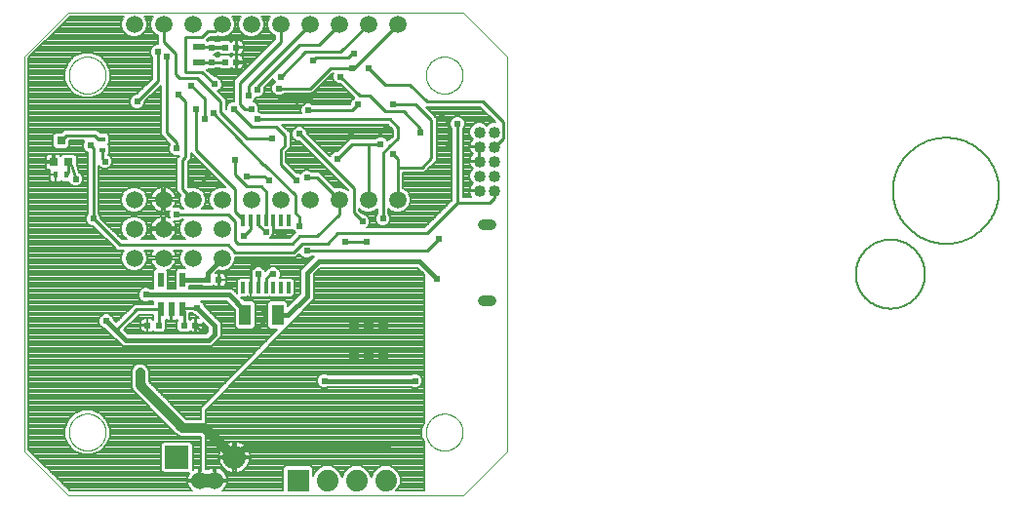
<source format=gbl>
G75*
%MOIN*%
%OFA0B0*%
%FSLAX25Y25*%
%IPPOS*%
%LPD*%
%AMOC8*
5,1,8,0,0,1.08239X$1,22.5*
%
%ADD10C,0.00000*%
%ADD11C,0.00600*%
%ADD12R,0.01969X0.01969*%
%ADD13R,0.02165X0.04724*%
%ADD14R,0.02362X0.01575*%
%ADD15R,0.04331X0.02362*%
%ADD16R,0.02756X0.02756*%
%ADD17C,0.04000*%
%ADD18R,0.08000X0.08000*%
%ADD19C,0.08000*%
%ADD20R,0.01200X0.03900*%
%ADD21R,0.07400X0.07400*%
%ADD22C,0.07400*%
%ADD23C,0.06000*%
%ADD24R,0.02000X0.01000*%
%ADD25C,0.00039*%
%ADD26C,0.03543*%
%ADD27R,0.01575X0.02362*%
%ADD28R,0.03937X0.07087*%
%ADD29C,0.05906*%
%ADD30C,0.00800*%
%ADD31C,0.01000*%
%ADD32C,0.02400*%
%ADD33C,0.01600*%
%ADD34R,0.03562X0.03562*%
%ADD35C,0.03200*%
%ADD36C,0.02400*%
D10*
X0080922Y0061000D02*
X0095922Y0046000D01*
X0230922Y0046000D01*
X0245922Y0061000D01*
X0245922Y0196000D01*
X0230922Y0211000D01*
X0095922Y0211000D01*
X0080922Y0196000D01*
X0080922Y0061000D01*
X0096099Y0067476D02*
X0096101Y0067634D01*
X0096107Y0067792D01*
X0096117Y0067950D01*
X0096131Y0068108D01*
X0096149Y0068265D01*
X0096170Y0068422D01*
X0096196Y0068578D01*
X0096226Y0068734D01*
X0096259Y0068889D01*
X0096297Y0069042D01*
X0096338Y0069195D01*
X0096383Y0069347D01*
X0096432Y0069498D01*
X0096485Y0069647D01*
X0096541Y0069795D01*
X0096601Y0069941D01*
X0096665Y0070086D01*
X0096733Y0070229D01*
X0096804Y0070371D01*
X0096878Y0070511D01*
X0096956Y0070648D01*
X0097038Y0070784D01*
X0097122Y0070918D01*
X0097211Y0071049D01*
X0097302Y0071178D01*
X0097397Y0071305D01*
X0097494Y0071430D01*
X0097595Y0071552D01*
X0097699Y0071671D01*
X0097806Y0071788D01*
X0097916Y0071902D01*
X0098029Y0072013D01*
X0098144Y0072122D01*
X0098262Y0072227D01*
X0098383Y0072329D01*
X0098506Y0072429D01*
X0098632Y0072525D01*
X0098760Y0072618D01*
X0098890Y0072708D01*
X0099023Y0072794D01*
X0099158Y0072878D01*
X0099294Y0072957D01*
X0099433Y0073034D01*
X0099574Y0073106D01*
X0099716Y0073176D01*
X0099860Y0073241D01*
X0100006Y0073303D01*
X0100153Y0073361D01*
X0100302Y0073416D01*
X0100452Y0073467D01*
X0100603Y0073514D01*
X0100755Y0073557D01*
X0100908Y0073596D01*
X0101063Y0073632D01*
X0101218Y0073663D01*
X0101374Y0073691D01*
X0101530Y0073715D01*
X0101687Y0073735D01*
X0101845Y0073751D01*
X0102002Y0073763D01*
X0102161Y0073771D01*
X0102319Y0073775D01*
X0102477Y0073775D01*
X0102635Y0073771D01*
X0102794Y0073763D01*
X0102951Y0073751D01*
X0103109Y0073735D01*
X0103266Y0073715D01*
X0103422Y0073691D01*
X0103578Y0073663D01*
X0103733Y0073632D01*
X0103888Y0073596D01*
X0104041Y0073557D01*
X0104193Y0073514D01*
X0104344Y0073467D01*
X0104494Y0073416D01*
X0104643Y0073361D01*
X0104790Y0073303D01*
X0104936Y0073241D01*
X0105080Y0073176D01*
X0105222Y0073106D01*
X0105363Y0073034D01*
X0105502Y0072957D01*
X0105638Y0072878D01*
X0105773Y0072794D01*
X0105906Y0072708D01*
X0106036Y0072618D01*
X0106164Y0072525D01*
X0106290Y0072429D01*
X0106413Y0072329D01*
X0106534Y0072227D01*
X0106652Y0072122D01*
X0106767Y0072013D01*
X0106880Y0071902D01*
X0106990Y0071788D01*
X0107097Y0071671D01*
X0107201Y0071552D01*
X0107302Y0071430D01*
X0107399Y0071305D01*
X0107494Y0071178D01*
X0107585Y0071049D01*
X0107674Y0070918D01*
X0107758Y0070784D01*
X0107840Y0070648D01*
X0107918Y0070511D01*
X0107992Y0070371D01*
X0108063Y0070229D01*
X0108131Y0070086D01*
X0108195Y0069941D01*
X0108255Y0069795D01*
X0108311Y0069647D01*
X0108364Y0069498D01*
X0108413Y0069347D01*
X0108458Y0069195D01*
X0108499Y0069042D01*
X0108537Y0068889D01*
X0108570Y0068734D01*
X0108600Y0068578D01*
X0108626Y0068422D01*
X0108647Y0068265D01*
X0108665Y0068108D01*
X0108679Y0067950D01*
X0108689Y0067792D01*
X0108695Y0067634D01*
X0108697Y0067476D01*
X0108695Y0067318D01*
X0108689Y0067160D01*
X0108679Y0067002D01*
X0108665Y0066844D01*
X0108647Y0066687D01*
X0108626Y0066530D01*
X0108600Y0066374D01*
X0108570Y0066218D01*
X0108537Y0066063D01*
X0108499Y0065910D01*
X0108458Y0065757D01*
X0108413Y0065605D01*
X0108364Y0065454D01*
X0108311Y0065305D01*
X0108255Y0065157D01*
X0108195Y0065011D01*
X0108131Y0064866D01*
X0108063Y0064723D01*
X0107992Y0064581D01*
X0107918Y0064441D01*
X0107840Y0064304D01*
X0107758Y0064168D01*
X0107674Y0064034D01*
X0107585Y0063903D01*
X0107494Y0063774D01*
X0107399Y0063647D01*
X0107302Y0063522D01*
X0107201Y0063400D01*
X0107097Y0063281D01*
X0106990Y0063164D01*
X0106880Y0063050D01*
X0106767Y0062939D01*
X0106652Y0062830D01*
X0106534Y0062725D01*
X0106413Y0062623D01*
X0106290Y0062523D01*
X0106164Y0062427D01*
X0106036Y0062334D01*
X0105906Y0062244D01*
X0105773Y0062158D01*
X0105638Y0062074D01*
X0105502Y0061995D01*
X0105363Y0061918D01*
X0105222Y0061846D01*
X0105080Y0061776D01*
X0104936Y0061711D01*
X0104790Y0061649D01*
X0104643Y0061591D01*
X0104494Y0061536D01*
X0104344Y0061485D01*
X0104193Y0061438D01*
X0104041Y0061395D01*
X0103888Y0061356D01*
X0103733Y0061320D01*
X0103578Y0061289D01*
X0103422Y0061261D01*
X0103266Y0061237D01*
X0103109Y0061217D01*
X0102951Y0061201D01*
X0102794Y0061189D01*
X0102635Y0061181D01*
X0102477Y0061177D01*
X0102319Y0061177D01*
X0102161Y0061181D01*
X0102002Y0061189D01*
X0101845Y0061201D01*
X0101687Y0061217D01*
X0101530Y0061237D01*
X0101374Y0061261D01*
X0101218Y0061289D01*
X0101063Y0061320D01*
X0100908Y0061356D01*
X0100755Y0061395D01*
X0100603Y0061438D01*
X0100452Y0061485D01*
X0100302Y0061536D01*
X0100153Y0061591D01*
X0100006Y0061649D01*
X0099860Y0061711D01*
X0099716Y0061776D01*
X0099574Y0061846D01*
X0099433Y0061918D01*
X0099294Y0061995D01*
X0099158Y0062074D01*
X0099023Y0062158D01*
X0098890Y0062244D01*
X0098760Y0062334D01*
X0098632Y0062427D01*
X0098506Y0062523D01*
X0098383Y0062623D01*
X0098262Y0062725D01*
X0098144Y0062830D01*
X0098029Y0062939D01*
X0097916Y0063050D01*
X0097806Y0063164D01*
X0097699Y0063281D01*
X0097595Y0063400D01*
X0097494Y0063522D01*
X0097397Y0063647D01*
X0097302Y0063774D01*
X0097211Y0063903D01*
X0097122Y0064034D01*
X0097038Y0064168D01*
X0096956Y0064304D01*
X0096878Y0064441D01*
X0096804Y0064581D01*
X0096733Y0064723D01*
X0096665Y0064866D01*
X0096601Y0065011D01*
X0096541Y0065157D01*
X0096485Y0065305D01*
X0096432Y0065454D01*
X0096383Y0065605D01*
X0096338Y0065757D01*
X0096297Y0065910D01*
X0096259Y0066063D01*
X0096226Y0066218D01*
X0096196Y0066374D01*
X0096170Y0066530D01*
X0096149Y0066687D01*
X0096131Y0066844D01*
X0096117Y0067002D01*
X0096107Y0067160D01*
X0096101Y0067318D01*
X0096099Y0067476D01*
X0218146Y0067476D02*
X0218148Y0067634D01*
X0218154Y0067792D01*
X0218164Y0067950D01*
X0218178Y0068108D01*
X0218196Y0068265D01*
X0218217Y0068422D01*
X0218243Y0068578D01*
X0218273Y0068734D01*
X0218306Y0068889D01*
X0218344Y0069042D01*
X0218385Y0069195D01*
X0218430Y0069347D01*
X0218479Y0069498D01*
X0218532Y0069647D01*
X0218588Y0069795D01*
X0218648Y0069941D01*
X0218712Y0070086D01*
X0218780Y0070229D01*
X0218851Y0070371D01*
X0218925Y0070511D01*
X0219003Y0070648D01*
X0219085Y0070784D01*
X0219169Y0070918D01*
X0219258Y0071049D01*
X0219349Y0071178D01*
X0219444Y0071305D01*
X0219541Y0071430D01*
X0219642Y0071552D01*
X0219746Y0071671D01*
X0219853Y0071788D01*
X0219963Y0071902D01*
X0220076Y0072013D01*
X0220191Y0072122D01*
X0220309Y0072227D01*
X0220430Y0072329D01*
X0220553Y0072429D01*
X0220679Y0072525D01*
X0220807Y0072618D01*
X0220937Y0072708D01*
X0221070Y0072794D01*
X0221205Y0072878D01*
X0221341Y0072957D01*
X0221480Y0073034D01*
X0221621Y0073106D01*
X0221763Y0073176D01*
X0221907Y0073241D01*
X0222053Y0073303D01*
X0222200Y0073361D01*
X0222349Y0073416D01*
X0222499Y0073467D01*
X0222650Y0073514D01*
X0222802Y0073557D01*
X0222955Y0073596D01*
X0223110Y0073632D01*
X0223265Y0073663D01*
X0223421Y0073691D01*
X0223577Y0073715D01*
X0223734Y0073735D01*
X0223892Y0073751D01*
X0224049Y0073763D01*
X0224208Y0073771D01*
X0224366Y0073775D01*
X0224524Y0073775D01*
X0224682Y0073771D01*
X0224841Y0073763D01*
X0224998Y0073751D01*
X0225156Y0073735D01*
X0225313Y0073715D01*
X0225469Y0073691D01*
X0225625Y0073663D01*
X0225780Y0073632D01*
X0225935Y0073596D01*
X0226088Y0073557D01*
X0226240Y0073514D01*
X0226391Y0073467D01*
X0226541Y0073416D01*
X0226690Y0073361D01*
X0226837Y0073303D01*
X0226983Y0073241D01*
X0227127Y0073176D01*
X0227269Y0073106D01*
X0227410Y0073034D01*
X0227549Y0072957D01*
X0227685Y0072878D01*
X0227820Y0072794D01*
X0227953Y0072708D01*
X0228083Y0072618D01*
X0228211Y0072525D01*
X0228337Y0072429D01*
X0228460Y0072329D01*
X0228581Y0072227D01*
X0228699Y0072122D01*
X0228814Y0072013D01*
X0228927Y0071902D01*
X0229037Y0071788D01*
X0229144Y0071671D01*
X0229248Y0071552D01*
X0229349Y0071430D01*
X0229446Y0071305D01*
X0229541Y0071178D01*
X0229632Y0071049D01*
X0229721Y0070918D01*
X0229805Y0070784D01*
X0229887Y0070648D01*
X0229965Y0070511D01*
X0230039Y0070371D01*
X0230110Y0070229D01*
X0230178Y0070086D01*
X0230242Y0069941D01*
X0230302Y0069795D01*
X0230358Y0069647D01*
X0230411Y0069498D01*
X0230460Y0069347D01*
X0230505Y0069195D01*
X0230546Y0069042D01*
X0230584Y0068889D01*
X0230617Y0068734D01*
X0230647Y0068578D01*
X0230673Y0068422D01*
X0230694Y0068265D01*
X0230712Y0068108D01*
X0230726Y0067950D01*
X0230736Y0067792D01*
X0230742Y0067634D01*
X0230744Y0067476D01*
X0230742Y0067318D01*
X0230736Y0067160D01*
X0230726Y0067002D01*
X0230712Y0066844D01*
X0230694Y0066687D01*
X0230673Y0066530D01*
X0230647Y0066374D01*
X0230617Y0066218D01*
X0230584Y0066063D01*
X0230546Y0065910D01*
X0230505Y0065757D01*
X0230460Y0065605D01*
X0230411Y0065454D01*
X0230358Y0065305D01*
X0230302Y0065157D01*
X0230242Y0065011D01*
X0230178Y0064866D01*
X0230110Y0064723D01*
X0230039Y0064581D01*
X0229965Y0064441D01*
X0229887Y0064304D01*
X0229805Y0064168D01*
X0229721Y0064034D01*
X0229632Y0063903D01*
X0229541Y0063774D01*
X0229446Y0063647D01*
X0229349Y0063522D01*
X0229248Y0063400D01*
X0229144Y0063281D01*
X0229037Y0063164D01*
X0228927Y0063050D01*
X0228814Y0062939D01*
X0228699Y0062830D01*
X0228581Y0062725D01*
X0228460Y0062623D01*
X0228337Y0062523D01*
X0228211Y0062427D01*
X0228083Y0062334D01*
X0227953Y0062244D01*
X0227820Y0062158D01*
X0227685Y0062074D01*
X0227549Y0061995D01*
X0227410Y0061918D01*
X0227269Y0061846D01*
X0227127Y0061776D01*
X0226983Y0061711D01*
X0226837Y0061649D01*
X0226690Y0061591D01*
X0226541Y0061536D01*
X0226391Y0061485D01*
X0226240Y0061438D01*
X0226088Y0061395D01*
X0225935Y0061356D01*
X0225780Y0061320D01*
X0225625Y0061289D01*
X0225469Y0061261D01*
X0225313Y0061237D01*
X0225156Y0061217D01*
X0224998Y0061201D01*
X0224841Y0061189D01*
X0224682Y0061181D01*
X0224524Y0061177D01*
X0224366Y0061177D01*
X0224208Y0061181D01*
X0224049Y0061189D01*
X0223892Y0061201D01*
X0223734Y0061217D01*
X0223577Y0061237D01*
X0223421Y0061261D01*
X0223265Y0061289D01*
X0223110Y0061320D01*
X0222955Y0061356D01*
X0222802Y0061395D01*
X0222650Y0061438D01*
X0222499Y0061485D01*
X0222349Y0061536D01*
X0222200Y0061591D01*
X0222053Y0061649D01*
X0221907Y0061711D01*
X0221763Y0061776D01*
X0221621Y0061846D01*
X0221480Y0061918D01*
X0221341Y0061995D01*
X0221205Y0062074D01*
X0221070Y0062158D01*
X0220937Y0062244D01*
X0220807Y0062334D01*
X0220679Y0062427D01*
X0220553Y0062523D01*
X0220430Y0062623D01*
X0220309Y0062725D01*
X0220191Y0062830D01*
X0220076Y0062939D01*
X0219963Y0063050D01*
X0219853Y0063164D01*
X0219746Y0063281D01*
X0219642Y0063400D01*
X0219541Y0063522D01*
X0219444Y0063647D01*
X0219349Y0063774D01*
X0219258Y0063903D01*
X0219169Y0064034D01*
X0219085Y0064168D01*
X0219003Y0064304D01*
X0218925Y0064441D01*
X0218851Y0064581D01*
X0218780Y0064723D01*
X0218712Y0064866D01*
X0218648Y0065011D01*
X0218588Y0065157D01*
X0218532Y0065305D01*
X0218479Y0065454D01*
X0218430Y0065605D01*
X0218385Y0065757D01*
X0218344Y0065910D01*
X0218306Y0066063D01*
X0218273Y0066218D01*
X0218243Y0066374D01*
X0218217Y0066530D01*
X0218196Y0066687D01*
X0218178Y0066844D01*
X0218164Y0067002D01*
X0218154Y0067160D01*
X0218148Y0067318D01*
X0218146Y0067476D01*
X0218146Y0189524D02*
X0218148Y0189682D01*
X0218154Y0189840D01*
X0218164Y0189998D01*
X0218178Y0190156D01*
X0218196Y0190313D01*
X0218217Y0190470D01*
X0218243Y0190626D01*
X0218273Y0190782D01*
X0218306Y0190937D01*
X0218344Y0191090D01*
X0218385Y0191243D01*
X0218430Y0191395D01*
X0218479Y0191546D01*
X0218532Y0191695D01*
X0218588Y0191843D01*
X0218648Y0191989D01*
X0218712Y0192134D01*
X0218780Y0192277D01*
X0218851Y0192419D01*
X0218925Y0192559D01*
X0219003Y0192696D01*
X0219085Y0192832D01*
X0219169Y0192966D01*
X0219258Y0193097D01*
X0219349Y0193226D01*
X0219444Y0193353D01*
X0219541Y0193478D01*
X0219642Y0193600D01*
X0219746Y0193719D01*
X0219853Y0193836D01*
X0219963Y0193950D01*
X0220076Y0194061D01*
X0220191Y0194170D01*
X0220309Y0194275D01*
X0220430Y0194377D01*
X0220553Y0194477D01*
X0220679Y0194573D01*
X0220807Y0194666D01*
X0220937Y0194756D01*
X0221070Y0194842D01*
X0221205Y0194926D01*
X0221341Y0195005D01*
X0221480Y0195082D01*
X0221621Y0195154D01*
X0221763Y0195224D01*
X0221907Y0195289D01*
X0222053Y0195351D01*
X0222200Y0195409D01*
X0222349Y0195464D01*
X0222499Y0195515D01*
X0222650Y0195562D01*
X0222802Y0195605D01*
X0222955Y0195644D01*
X0223110Y0195680D01*
X0223265Y0195711D01*
X0223421Y0195739D01*
X0223577Y0195763D01*
X0223734Y0195783D01*
X0223892Y0195799D01*
X0224049Y0195811D01*
X0224208Y0195819D01*
X0224366Y0195823D01*
X0224524Y0195823D01*
X0224682Y0195819D01*
X0224841Y0195811D01*
X0224998Y0195799D01*
X0225156Y0195783D01*
X0225313Y0195763D01*
X0225469Y0195739D01*
X0225625Y0195711D01*
X0225780Y0195680D01*
X0225935Y0195644D01*
X0226088Y0195605D01*
X0226240Y0195562D01*
X0226391Y0195515D01*
X0226541Y0195464D01*
X0226690Y0195409D01*
X0226837Y0195351D01*
X0226983Y0195289D01*
X0227127Y0195224D01*
X0227269Y0195154D01*
X0227410Y0195082D01*
X0227549Y0195005D01*
X0227685Y0194926D01*
X0227820Y0194842D01*
X0227953Y0194756D01*
X0228083Y0194666D01*
X0228211Y0194573D01*
X0228337Y0194477D01*
X0228460Y0194377D01*
X0228581Y0194275D01*
X0228699Y0194170D01*
X0228814Y0194061D01*
X0228927Y0193950D01*
X0229037Y0193836D01*
X0229144Y0193719D01*
X0229248Y0193600D01*
X0229349Y0193478D01*
X0229446Y0193353D01*
X0229541Y0193226D01*
X0229632Y0193097D01*
X0229721Y0192966D01*
X0229805Y0192832D01*
X0229887Y0192696D01*
X0229965Y0192559D01*
X0230039Y0192419D01*
X0230110Y0192277D01*
X0230178Y0192134D01*
X0230242Y0191989D01*
X0230302Y0191843D01*
X0230358Y0191695D01*
X0230411Y0191546D01*
X0230460Y0191395D01*
X0230505Y0191243D01*
X0230546Y0191090D01*
X0230584Y0190937D01*
X0230617Y0190782D01*
X0230647Y0190626D01*
X0230673Y0190470D01*
X0230694Y0190313D01*
X0230712Y0190156D01*
X0230726Y0189998D01*
X0230736Y0189840D01*
X0230742Y0189682D01*
X0230744Y0189524D01*
X0230742Y0189366D01*
X0230736Y0189208D01*
X0230726Y0189050D01*
X0230712Y0188892D01*
X0230694Y0188735D01*
X0230673Y0188578D01*
X0230647Y0188422D01*
X0230617Y0188266D01*
X0230584Y0188111D01*
X0230546Y0187958D01*
X0230505Y0187805D01*
X0230460Y0187653D01*
X0230411Y0187502D01*
X0230358Y0187353D01*
X0230302Y0187205D01*
X0230242Y0187059D01*
X0230178Y0186914D01*
X0230110Y0186771D01*
X0230039Y0186629D01*
X0229965Y0186489D01*
X0229887Y0186352D01*
X0229805Y0186216D01*
X0229721Y0186082D01*
X0229632Y0185951D01*
X0229541Y0185822D01*
X0229446Y0185695D01*
X0229349Y0185570D01*
X0229248Y0185448D01*
X0229144Y0185329D01*
X0229037Y0185212D01*
X0228927Y0185098D01*
X0228814Y0184987D01*
X0228699Y0184878D01*
X0228581Y0184773D01*
X0228460Y0184671D01*
X0228337Y0184571D01*
X0228211Y0184475D01*
X0228083Y0184382D01*
X0227953Y0184292D01*
X0227820Y0184206D01*
X0227685Y0184122D01*
X0227549Y0184043D01*
X0227410Y0183966D01*
X0227269Y0183894D01*
X0227127Y0183824D01*
X0226983Y0183759D01*
X0226837Y0183697D01*
X0226690Y0183639D01*
X0226541Y0183584D01*
X0226391Y0183533D01*
X0226240Y0183486D01*
X0226088Y0183443D01*
X0225935Y0183404D01*
X0225780Y0183368D01*
X0225625Y0183337D01*
X0225469Y0183309D01*
X0225313Y0183285D01*
X0225156Y0183265D01*
X0224998Y0183249D01*
X0224841Y0183237D01*
X0224682Y0183229D01*
X0224524Y0183225D01*
X0224366Y0183225D01*
X0224208Y0183229D01*
X0224049Y0183237D01*
X0223892Y0183249D01*
X0223734Y0183265D01*
X0223577Y0183285D01*
X0223421Y0183309D01*
X0223265Y0183337D01*
X0223110Y0183368D01*
X0222955Y0183404D01*
X0222802Y0183443D01*
X0222650Y0183486D01*
X0222499Y0183533D01*
X0222349Y0183584D01*
X0222200Y0183639D01*
X0222053Y0183697D01*
X0221907Y0183759D01*
X0221763Y0183824D01*
X0221621Y0183894D01*
X0221480Y0183966D01*
X0221341Y0184043D01*
X0221205Y0184122D01*
X0221070Y0184206D01*
X0220937Y0184292D01*
X0220807Y0184382D01*
X0220679Y0184475D01*
X0220553Y0184571D01*
X0220430Y0184671D01*
X0220309Y0184773D01*
X0220191Y0184878D01*
X0220076Y0184987D01*
X0219963Y0185098D01*
X0219853Y0185212D01*
X0219746Y0185329D01*
X0219642Y0185448D01*
X0219541Y0185570D01*
X0219444Y0185695D01*
X0219349Y0185822D01*
X0219258Y0185951D01*
X0219169Y0186082D01*
X0219085Y0186216D01*
X0219003Y0186352D01*
X0218925Y0186489D01*
X0218851Y0186629D01*
X0218780Y0186771D01*
X0218712Y0186914D01*
X0218648Y0187059D01*
X0218588Y0187205D01*
X0218532Y0187353D01*
X0218479Y0187502D01*
X0218430Y0187653D01*
X0218385Y0187805D01*
X0218344Y0187958D01*
X0218306Y0188111D01*
X0218273Y0188266D01*
X0218243Y0188422D01*
X0218217Y0188578D01*
X0218196Y0188735D01*
X0218178Y0188892D01*
X0218164Y0189050D01*
X0218154Y0189208D01*
X0218148Y0189366D01*
X0218146Y0189524D01*
X0096099Y0189524D02*
X0096101Y0189682D01*
X0096107Y0189840D01*
X0096117Y0189998D01*
X0096131Y0190156D01*
X0096149Y0190313D01*
X0096170Y0190470D01*
X0096196Y0190626D01*
X0096226Y0190782D01*
X0096259Y0190937D01*
X0096297Y0191090D01*
X0096338Y0191243D01*
X0096383Y0191395D01*
X0096432Y0191546D01*
X0096485Y0191695D01*
X0096541Y0191843D01*
X0096601Y0191989D01*
X0096665Y0192134D01*
X0096733Y0192277D01*
X0096804Y0192419D01*
X0096878Y0192559D01*
X0096956Y0192696D01*
X0097038Y0192832D01*
X0097122Y0192966D01*
X0097211Y0193097D01*
X0097302Y0193226D01*
X0097397Y0193353D01*
X0097494Y0193478D01*
X0097595Y0193600D01*
X0097699Y0193719D01*
X0097806Y0193836D01*
X0097916Y0193950D01*
X0098029Y0194061D01*
X0098144Y0194170D01*
X0098262Y0194275D01*
X0098383Y0194377D01*
X0098506Y0194477D01*
X0098632Y0194573D01*
X0098760Y0194666D01*
X0098890Y0194756D01*
X0099023Y0194842D01*
X0099158Y0194926D01*
X0099294Y0195005D01*
X0099433Y0195082D01*
X0099574Y0195154D01*
X0099716Y0195224D01*
X0099860Y0195289D01*
X0100006Y0195351D01*
X0100153Y0195409D01*
X0100302Y0195464D01*
X0100452Y0195515D01*
X0100603Y0195562D01*
X0100755Y0195605D01*
X0100908Y0195644D01*
X0101063Y0195680D01*
X0101218Y0195711D01*
X0101374Y0195739D01*
X0101530Y0195763D01*
X0101687Y0195783D01*
X0101845Y0195799D01*
X0102002Y0195811D01*
X0102161Y0195819D01*
X0102319Y0195823D01*
X0102477Y0195823D01*
X0102635Y0195819D01*
X0102794Y0195811D01*
X0102951Y0195799D01*
X0103109Y0195783D01*
X0103266Y0195763D01*
X0103422Y0195739D01*
X0103578Y0195711D01*
X0103733Y0195680D01*
X0103888Y0195644D01*
X0104041Y0195605D01*
X0104193Y0195562D01*
X0104344Y0195515D01*
X0104494Y0195464D01*
X0104643Y0195409D01*
X0104790Y0195351D01*
X0104936Y0195289D01*
X0105080Y0195224D01*
X0105222Y0195154D01*
X0105363Y0195082D01*
X0105502Y0195005D01*
X0105638Y0194926D01*
X0105773Y0194842D01*
X0105906Y0194756D01*
X0106036Y0194666D01*
X0106164Y0194573D01*
X0106290Y0194477D01*
X0106413Y0194377D01*
X0106534Y0194275D01*
X0106652Y0194170D01*
X0106767Y0194061D01*
X0106880Y0193950D01*
X0106990Y0193836D01*
X0107097Y0193719D01*
X0107201Y0193600D01*
X0107302Y0193478D01*
X0107399Y0193353D01*
X0107494Y0193226D01*
X0107585Y0193097D01*
X0107674Y0192966D01*
X0107758Y0192832D01*
X0107840Y0192696D01*
X0107918Y0192559D01*
X0107992Y0192419D01*
X0108063Y0192277D01*
X0108131Y0192134D01*
X0108195Y0191989D01*
X0108255Y0191843D01*
X0108311Y0191695D01*
X0108364Y0191546D01*
X0108413Y0191395D01*
X0108458Y0191243D01*
X0108499Y0191090D01*
X0108537Y0190937D01*
X0108570Y0190782D01*
X0108600Y0190626D01*
X0108626Y0190470D01*
X0108647Y0190313D01*
X0108665Y0190156D01*
X0108679Y0189998D01*
X0108689Y0189840D01*
X0108695Y0189682D01*
X0108697Y0189524D01*
X0108695Y0189366D01*
X0108689Y0189208D01*
X0108679Y0189050D01*
X0108665Y0188892D01*
X0108647Y0188735D01*
X0108626Y0188578D01*
X0108600Y0188422D01*
X0108570Y0188266D01*
X0108537Y0188111D01*
X0108499Y0187958D01*
X0108458Y0187805D01*
X0108413Y0187653D01*
X0108364Y0187502D01*
X0108311Y0187353D01*
X0108255Y0187205D01*
X0108195Y0187059D01*
X0108131Y0186914D01*
X0108063Y0186771D01*
X0107992Y0186629D01*
X0107918Y0186489D01*
X0107840Y0186352D01*
X0107758Y0186216D01*
X0107674Y0186082D01*
X0107585Y0185951D01*
X0107494Y0185822D01*
X0107399Y0185695D01*
X0107302Y0185570D01*
X0107201Y0185448D01*
X0107097Y0185329D01*
X0106990Y0185212D01*
X0106880Y0185098D01*
X0106767Y0184987D01*
X0106652Y0184878D01*
X0106534Y0184773D01*
X0106413Y0184671D01*
X0106290Y0184571D01*
X0106164Y0184475D01*
X0106036Y0184382D01*
X0105906Y0184292D01*
X0105773Y0184206D01*
X0105638Y0184122D01*
X0105502Y0184043D01*
X0105363Y0183966D01*
X0105222Y0183894D01*
X0105080Y0183824D01*
X0104936Y0183759D01*
X0104790Y0183697D01*
X0104643Y0183639D01*
X0104494Y0183584D01*
X0104344Y0183533D01*
X0104193Y0183486D01*
X0104041Y0183443D01*
X0103888Y0183404D01*
X0103733Y0183368D01*
X0103578Y0183337D01*
X0103422Y0183309D01*
X0103266Y0183285D01*
X0103109Y0183265D01*
X0102951Y0183249D01*
X0102794Y0183237D01*
X0102635Y0183229D01*
X0102477Y0183225D01*
X0102319Y0183225D01*
X0102161Y0183229D01*
X0102002Y0183237D01*
X0101845Y0183249D01*
X0101687Y0183265D01*
X0101530Y0183285D01*
X0101374Y0183309D01*
X0101218Y0183337D01*
X0101063Y0183368D01*
X0100908Y0183404D01*
X0100755Y0183443D01*
X0100603Y0183486D01*
X0100452Y0183533D01*
X0100302Y0183584D01*
X0100153Y0183639D01*
X0100006Y0183697D01*
X0099860Y0183759D01*
X0099716Y0183824D01*
X0099574Y0183894D01*
X0099433Y0183966D01*
X0099294Y0184043D01*
X0099158Y0184122D01*
X0099023Y0184206D01*
X0098890Y0184292D01*
X0098760Y0184382D01*
X0098632Y0184475D01*
X0098506Y0184571D01*
X0098383Y0184671D01*
X0098262Y0184773D01*
X0098144Y0184878D01*
X0098029Y0184987D01*
X0097916Y0185098D01*
X0097806Y0185212D01*
X0097699Y0185329D01*
X0097595Y0185448D01*
X0097494Y0185570D01*
X0097397Y0185695D01*
X0097302Y0185822D01*
X0097211Y0185951D01*
X0097122Y0186082D01*
X0097038Y0186216D01*
X0096956Y0186352D01*
X0096878Y0186489D01*
X0096804Y0186629D01*
X0096733Y0186771D01*
X0096665Y0186914D01*
X0096601Y0187059D01*
X0096541Y0187205D01*
X0096485Y0187353D01*
X0096432Y0187502D01*
X0096383Y0187653D01*
X0096338Y0187805D01*
X0096297Y0187958D01*
X0096259Y0188111D01*
X0096226Y0188266D01*
X0096196Y0188422D01*
X0096170Y0188578D01*
X0096149Y0188735D01*
X0096131Y0188892D01*
X0096117Y0189050D01*
X0096107Y0189208D01*
X0096101Y0189366D01*
X0096099Y0189524D01*
D11*
X0365122Y0121500D02*
X0365126Y0121790D01*
X0365136Y0122079D01*
X0365154Y0122368D01*
X0365179Y0122657D01*
X0365211Y0122944D01*
X0365250Y0123231D01*
X0365296Y0123517D01*
X0365349Y0123802D01*
X0365409Y0124085D01*
X0365476Y0124367D01*
X0365549Y0124647D01*
X0365630Y0124925D01*
X0365718Y0125201D01*
X0365812Y0125475D01*
X0365913Y0125747D01*
X0366020Y0126016D01*
X0366134Y0126282D01*
X0366255Y0126545D01*
X0366382Y0126805D01*
X0366515Y0127062D01*
X0366655Y0127316D01*
X0366801Y0127566D01*
X0366953Y0127813D01*
X0367111Y0128056D01*
X0367274Y0128295D01*
X0367444Y0128529D01*
X0367620Y0128760D01*
X0367800Y0128986D01*
X0367987Y0129207D01*
X0368179Y0129424D01*
X0368376Y0129637D01*
X0368578Y0129844D01*
X0368785Y0130046D01*
X0368998Y0130243D01*
X0369215Y0130435D01*
X0369436Y0130622D01*
X0369662Y0130802D01*
X0369893Y0130978D01*
X0370127Y0131148D01*
X0370366Y0131311D01*
X0370609Y0131469D01*
X0370856Y0131621D01*
X0371106Y0131767D01*
X0371360Y0131907D01*
X0371617Y0132040D01*
X0371877Y0132167D01*
X0372140Y0132288D01*
X0372406Y0132402D01*
X0372675Y0132509D01*
X0372947Y0132610D01*
X0373221Y0132704D01*
X0373497Y0132792D01*
X0373775Y0132873D01*
X0374055Y0132946D01*
X0374337Y0133013D01*
X0374620Y0133073D01*
X0374905Y0133126D01*
X0375191Y0133172D01*
X0375478Y0133211D01*
X0375765Y0133243D01*
X0376054Y0133268D01*
X0376343Y0133286D01*
X0376632Y0133296D01*
X0376922Y0133300D01*
X0377212Y0133296D01*
X0377501Y0133286D01*
X0377790Y0133268D01*
X0378079Y0133243D01*
X0378366Y0133211D01*
X0378653Y0133172D01*
X0378939Y0133126D01*
X0379224Y0133073D01*
X0379507Y0133013D01*
X0379789Y0132946D01*
X0380069Y0132873D01*
X0380347Y0132792D01*
X0380623Y0132704D01*
X0380897Y0132610D01*
X0381169Y0132509D01*
X0381438Y0132402D01*
X0381704Y0132288D01*
X0381967Y0132167D01*
X0382227Y0132040D01*
X0382484Y0131907D01*
X0382738Y0131767D01*
X0382988Y0131621D01*
X0383235Y0131469D01*
X0383478Y0131311D01*
X0383717Y0131148D01*
X0383951Y0130978D01*
X0384182Y0130802D01*
X0384408Y0130622D01*
X0384629Y0130435D01*
X0384846Y0130243D01*
X0385059Y0130046D01*
X0385266Y0129844D01*
X0385468Y0129637D01*
X0385665Y0129424D01*
X0385857Y0129207D01*
X0386044Y0128986D01*
X0386224Y0128760D01*
X0386400Y0128529D01*
X0386570Y0128295D01*
X0386733Y0128056D01*
X0386891Y0127813D01*
X0387043Y0127566D01*
X0387189Y0127316D01*
X0387329Y0127062D01*
X0387462Y0126805D01*
X0387589Y0126545D01*
X0387710Y0126282D01*
X0387824Y0126016D01*
X0387931Y0125747D01*
X0388032Y0125475D01*
X0388126Y0125201D01*
X0388214Y0124925D01*
X0388295Y0124647D01*
X0388368Y0124367D01*
X0388435Y0124085D01*
X0388495Y0123802D01*
X0388548Y0123517D01*
X0388594Y0123231D01*
X0388633Y0122944D01*
X0388665Y0122657D01*
X0388690Y0122368D01*
X0388708Y0122079D01*
X0388718Y0121790D01*
X0388722Y0121500D01*
X0388718Y0121210D01*
X0388708Y0120921D01*
X0388690Y0120632D01*
X0388665Y0120343D01*
X0388633Y0120056D01*
X0388594Y0119769D01*
X0388548Y0119483D01*
X0388495Y0119198D01*
X0388435Y0118915D01*
X0388368Y0118633D01*
X0388295Y0118353D01*
X0388214Y0118075D01*
X0388126Y0117799D01*
X0388032Y0117525D01*
X0387931Y0117253D01*
X0387824Y0116984D01*
X0387710Y0116718D01*
X0387589Y0116455D01*
X0387462Y0116195D01*
X0387329Y0115938D01*
X0387189Y0115684D01*
X0387043Y0115434D01*
X0386891Y0115187D01*
X0386733Y0114944D01*
X0386570Y0114705D01*
X0386400Y0114471D01*
X0386224Y0114240D01*
X0386044Y0114014D01*
X0385857Y0113793D01*
X0385665Y0113576D01*
X0385468Y0113363D01*
X0385266Y0113156D01*
X0385059Y0112954D01*
X0384846Y0112757D01*
X0384629Y0112565D01*
X0384408Y0112378D01*
X0384182Y0112198D01*
X0383951Y0112022D01*
X0383717Y0111852D01*
X0383478Y0111689D01*
X0383235Y0111531D01*
X0382988Y0111379D01*
X0382738Y0111233D01*
X0382484Y0111093D01*
X0382227Y0110960D01*
X0381967Y0110833D01*
X0381704Y0110712D01*
X0381438Y0110598D01*
X0381169Y0110491D01*
X0380897Y0110390D01*
X0380623Y0110296D01*
X0380347Y0110208D01*
X0380069Y0110127D01*
X0379789Y0110054D01*
X0379507Y0109987D01*
X0379224Y0109927D01*
X0378939Y0109874D01*
X0378653Y0109828D01*
X0378366Y0109789D01*
X0378079Y0109757D01*
X0377790Y0109732D01*
X0377501Y0109714D01*
X0377212Y0109704D01*
X0376922Y0109700D01*
X0376632Y0109704D01*
X0376343Y0109714D01*
X0376054Y0109732D01*
X0375765Y0109757D01*
X0375478Y0109789D01*
X0375191Y0109828D01*
X0374905Y0109874D01*
X0374620Y0109927D01*
X0374337Y0109987D01*
X0374055Y0110054D01*
X0373775Y0110127D01*
X0373497Y0110208D01*
X0373221Y0110296D01*
X0372947Y0110390D01*
X0372675Y0110491D01*
X0372406Y0110598D01*
X0372140Y0110712D01*
X0371877Y0110833D01*
X0371617Y0110960D01*
X0371360Y0111093D01*
X0371106Y0111233D01*
X0370856Y0111379D01*
X0370609Y0111531D01*
X0370366Y0111689D01*
X0370127Y0111852D01*
X0369893Y0112022D01*
X0369662Y0112198D01*
X0369436Y0112378D01*
X0369215Y0112565D01*
X0368998Y0112757D01*
X0368785Y0112954D01*
X0368578Y0113156D01*
X0368376Y0113363D01*
X0368179Y0113576D01*
X0367987Y0113793D01*
X0367800Y0114014D01*
X0367620Y0114240D01*
X0367444Y0114471D01*
X0367274Y0114705D01*
X0367111Y0114944D01*
X0366953Y0115187D01*
X0366801Y0115434D01*
X0366655Y0115684D01*
X0366515Y0115938D01*
X0366382Y0116195D01*
X0366255Y0116455D01*
X0366134Y0116718D01*
X0366020Y0116984D01*
X0365913Y0117253D01*
X0365812Y0117525D01*
X0365718Y0117799D01*
X0365630Y0118075D01*
X0365549Y0118353D01*
X0365476Y0118633D01*
X0365409Y0118915D01*
X0365349Y0119198D01*
X0365296Y0119483D01*
X0365250Y0119769D01*
X0365211Y0120056D01*
X0365179Y0120343D01*
X0365154Y0120632D01*
X0365136Y0120921D01*
X0365126Y0121210D01*
X0365122Y0121500D01*
X0377812Y0150000D02*
X0377817Y0150444D01*
X0377834Y0150889D01*
X0377861Y0151332D01*
X0377899Y0151775D01*
X0377948Y0152217D01*
X0378008Y0152657D01*
X0378079Y0153096D01*
X0378160Y0153533D01*
X0378252Y0153968D01*
X0378355Y0154400D01*
X0378468Y0154830D01*
X0378592Y0155257D01*
X0378726Y0155681D01*
X0378871Y0156101D01*
X0379026Y0156518D01*
X0379191Y0156930D01*
X0379366Y0157339D01*
X0379551Y0157743D01*
X0379746Y0158142D01*
X0379950Y0158537D01*
X0380165Y0158926D01*
X0380389Y0159310D01*
X0380622Y0159689D01*
X0380864Y0160061D01*
X0381116Y0160428D01*
X0381376Y0160788D01*
X0381645Y0161142D01*
X0381923Y0161489D01*
X0382209Y0161829D01*
X0382503Y0162162D01*
X0382806Y0162488D01*
X0383116Y0162806D01*
X0383434Y0163116D01*
X0383760Y0163419D01*
X0384093Y0163713D01*
X0384433Y0163999D01*
X0384780Y0164277D01*
X0385134Y0164546D01*
X0385494Y0164806D01*
X0385861Y0165058D01*
X0386233Y0165300D01*
X0386612Y0165533D01*
X0386996Y0165757D01*
X0387385Y0165972D01*
X0387780Y0166176D01*
X0388179Y0166371D01*
X0388583Y0166556D01*
X0388992Y0166731D01*
X0389404Y0166896D01*
X0389821Y0167051D01*
X0390241Y0167196D01*
X0390665Y0167330D01*
X0391092Y0167454D01*
X0391522Y0167567D01*
X0391954Y0167670D01*
X0392389Y0167762D01*
X0392826Y0167843D01*
X0393265Y0167914D01*
X0393705Y0167974D01*
X0394147Y0168023D01*
X0394590Y0168061D01*
X0395033Y0168088D01*
X0395478Y0168105D01*
X0395922Y0168110D01*
X0396366Y0168105D01*
X0396811Y0168088D01*
X0397254Y0168061D01*
X0397697Y0168023D01*
X0398139Y0167974D01*
X0398579Y0167914D01*
X0399018Y0167843D01*
X0399455Y0167762D01*
X0399890Y0167670D01*
X0400322Y0167567D01*
X0400752Y0167454D01*
X0401179Y0167330D01*
X0401603Y0167196D01*
X0402023Y0167051D01*
X0402440Y0166896D01*
X0402852Y0166731D01*
X0403261Y0166556D01*
X0403665Y0166371D01*
X0404064Y0166176D01*
X0404459Y0165972D01*
X0404848Y0165757D01*
X0405232Y0165533D01*
X0405611Y0165300D01*
X0405983Y0165058D01*
X0406350Y0164806D01*
X0406710Y0164546D01*
X0407064Y0164277D01*
X0407411Y0163999D01*
X0407751Y0163713D01*
X0408084Y0163419D01*
X0408410Y0163116D01*
X0408728Y0162806D01*
X0409038Y0162488D01*
X0409341Y0162162D01*
X0409635Y0161829D01*
X0409921Y0161489D01*
X0410199Y0161142D01*
X0410468Y0160788D01*
X0410728Y0160428D01*
X0410980Y0160061D01*
X0411222Y0159689D01*
X0411455Y0159310D01*
X0411679Y0158926D01*
X0411894Y0158537D01*
X0412098Y0158142D01*
X0412293Y0157743D01*
X0412478Y0157339D01*
X0412653Y0156930D01*
X0412818Y0156518D01*
X0412973Y0156101D01*
X0413118Y0155681D01*
X0413252Y0155257D01*
X0413376Y0154830D01*
X0413489Y0154400D01*
X0413592Y0153968D01*
X0413684Y0153533D01*
X0413765Y0153096D01*
X0413836Y0152657D01*
X0413896Y0152217D01*
X0413945Y0151775D01*
X0413983Y0151332D01*
X0414010Y0150889D01*
X0414027Y0150444D01*
X0414032Y0150000D01*
X0414027Y0149556D01*
X0414010Y0149111D01*
X0413983Y0148668D01*
X0413945Y0148225D01*
X0413896Y0147783D01*
X0413836Y0147343D01*
X0413765Y0146904D01*
X0413684Y0146467D01*
X0413592Y0146032D01*
X0413489Y0145600D01*
X0413376Y0145170D01*
X0413252Y0144743D01*
X0413118Y0144319D01*
X0412973Y0143899D01*
X0412818Y0143482D01*
X0412653Y0143070D01*
X0412478Y0142661D01*
X0412293Y0142257D01*
X0412098Y0141858D01*
X0411894Y0141463D01*
X0411679Y0141074D01*
X0411455Y0140690D01*
X0411222Y0140311D01*
X0410980Y0139939D01*
X0410728Y0139572D01*
X0410468Y0139212D01*
X0410199Y0138858D01*
X0409921Y0138511D01*
X0409635Y0138171D01*
X0409341Y0137838D01*
X0409038Y0137512D01*
X0408728Y0137194D01*
X0408410Y0136884D01*
X0408084Y0136581D01*
X0407751Y0136287D01*
X0407411Y0136001D01*
X0407064Y0135723D01*
X0406710Y0135454D01*
X0406350Y0135194D01*
X0405983Y0134942D01*
X0405611Y0134700D01*
X0405232Y0134467D01*
X0404848Y0134243D01*
X0404459Y0134028D01*
X0404064Y0133824D01*
X0403665Y0133629D01*
X0403261Y0133444D01*
X0402852Y0133269D01*
X0402440Y0133104D01*
X0402023Y0132949D01*
X0401603Y0132804D01*
X0401179Y0132670D01*
X0400752Y0132546D01*
X0400322Y0132433D01*
X0399890Y0132330D01*
X0399455Y0132238D01*
X0399018Y0132157D01*
X0398579Y0132086D01*
X0398139Y0132026D01*
X0397697Y0131977D01*
X0397254Y0131939D01*
X0396811Y0131912D01*
X0396366Y0131895D01*
X0395922Y0131890D01*
X0395478Y0131895D01*
X0395033Y0131912D01*
X0394590Y0131939D01*
X0394147Y0131977D01*
X0393705Y0132026D01*
X0393265Y0132086D01*
X0392826Y0132157D01*
X0392389Y0132238D01*
X0391954Y0132330D01*
X0391522Y0132433D01*
X0391092Y0132546D01*
X0390665Y0132670D01*
X0390241Y0132804D01*
X0389821Y0132949D01*
X0389404Y0133104D01*
X0388992Y0133269D01*
X0388583Y0133444D01*
X0388179Y0133629D01*
X0387780Y0133824D01*
X0387385Y0134028D01*
X0386996Y0134243D01*
X0386612Y0134467D01*
X0386233Y0134700D01*
X0385861Y0134942D01*
X0385494Y0135194D01*
X0385134Y0135454D01*
X0384780Y0135723D01*
X0384433Y0136001D01*
X0384093Y0136287D01*
X0383760Y0136581D01*
X0383434Y0136884D01*
X0383116Y0137194D01*
X0382806Y0137512D01*
X0382503Y0137838D01*
X0382209Y0138171D01*
X0381923Y0138511D01*
X0381645Y0138858D01*
X0381376Y0139212D01*
X0381116Y0139572D01*
X0380864Y0139939D01*
X0380622Y0140311D01*
X0380389Y0140690D01*
X0380165Y0141074D01*
X0379950Y0141463D01*
X0379746Y0141858D01*
X0379551Y0142257D01*
X0379366Y0142661D01*
X0379191Y0143070D01*
X0379026Y0143482D01*
X0378871Y0143899D01*
X0378726Y0144319D01*
X0378592Y0144743D01*
X0378468Y0145170D01*
X0378355Y0145600D01*
X0378252Y0146032D01*
X0378160Y0146467D01*
X0378079Y0146904D01*
X0378008Y0147343D01*
X0377948Y0147783D01*
X0377899Y0148225D01*
X0377861Y0148668D01*
X0377834Y0149111D01*
X0377817Y0149556D01*
X0377812Y0150000D01*
D12*
X0153390Y0194000D03*
X0149453Y0194000D03*
X0149453Y0199000D03*
X0153390Y0199000D03*
X0147390Y0119500D03*
X0143453Y0119500D03*
X0139390Y0104000D03*
X0135453Y0104000D03*
X0126890Y0104000D03*
X0122953Y0104000D03*
D13*
X0127432Y0109381D03*
X0131172Y0109381D03*
X0134912Y0109381D03*
X0134912Y0119619D03*
X0127432Y0119619D03*
D14*
X0107422Y0163978D03*
X0107422Y0167522D03*
D15*
X0140422Y0193744D03*
X0140422Y0199256D03*
D16*
X0093422Y0167142D03*
X0095981Y0159858D03*
X0090863Y0159858D03*
D17*
X0236422Y0160000D03*
X0241422Y0160000D03*
X0241422Y0155000D03*
X0241422Y0150000D03*
X0236422Y0150000D03*
X0236422Y0155000D03*
X0236422Y0165000D03*
X0241422Y0165000D03*
X0241422Y0170000D03*
X0236422Y0170000D03*
D18*
X0133022Y0058950D03*
D19*
X0152707Y0058950D03*
D20*
X0155745Y0117013D03*
X0158304Y0117013D03*
X0160863Y0117013D03*
X0163422Y0117013D03*
X0165981Y0117013D03*
X0168540Y0117013D03*
X0171099Y0117013D03*
X0171099Y0139987D03*
X0168540Y0139987D03*
X0165981Y0139987D03*
X0163422Y0139987D03*
X0160863Y0139987D03*
X0158304Y0139987D03*
X0155745Y0139987D03*
D21*
X0174422Y0051000D03*
D22*
X0184422Y0051000D03*
X0194422Y0051000D03*
X0204422Y0051000D03*
D23*
X0145922Y0051000D03*
X0140922Y0051000D03*
D24*
X0143422Y0053000D03*
X0143422Y0049000D03*
D25*
X0237556Y0111417D02*
X0240312Y0111417D01*
X0241296Y0112402D02*
X0241294Y0112464D01*
X0241288Y0112525D01*
X0241279Y0112586D01*
X0241265Y0112647D01*
X0241248Y0112706D01*
X0241227Y0112764D01*
X0241202Y0112821D01*
X0241174Y0112876D01*
X0241143Y0112929D01*
X0241108Y0112980D01*
X0241070Y0113029D01*
X0241029Y0113076D01*
X0240986Y0113119D01*
X0240939Y0113160D01*
X0240890Y0113198D01*
X0240839Y0113233D01*
X0240786Y0113264D01*
X0240731Y0113292D01*
X0240674Y0113317D01*
X0240616Y0113338D01*
X0240557Y0113355D01*
X0240496Y0113369D01*
X0240435Y0113378D01*
X0240374Y0113384D01*
X0240312Y0113386D01*
X0237556Y0113386D01*
X0236572Y0112402D02*
X0236574Y0112340D01*
X0236580Y0112279D01*
X0236589Y0112218D01*
X0236603Y0112157D01*
X0236620Y0112098D01*
X0236641Y0112040D01*
X0236666Y0111983D01*
X0236694Y0111928D01*
X0236725Y0111875D01*
X0236760Y0111824D01*
X0236798Y0111775D01*
X0236839Y0111728D01*
X0236882Y0111685D01*
X0236929Y0111644D01*
X0236978Y0111606D01*
X0237029Y0111571D01*
X0237082Y0111540D01*
X0237137Y0111512D01*
X0237194Y0111487D01*
X0237252Y0111466D01*
X0237311Y0111449D01*
X0237372Y0111435D01*
X0237433Y0111426D01*
X0237494Y0111420D01*
X0237556Y0111418D01*
X0236572Y0112402D02*
X0236574Y0112464D01*
X0236580Y0112525D01*
X0236589Y0112586D01*
X0236603Y0112647D01*
X0236620Y0112706D01*
X0236641Y0112764D01*
X0236666Y0112821D01*
X0236694Y0112876D01*
X0236725Y0112929D01*
X0236760Y0112980D01*
X0236798Y0113029D01*
X0236839Y0113076D01*
X0236882Y0113119D01*
X0236929Y0113160D01*
X0236978Y0113198D01*
X0237029Y0113233D01*
X0237082Y0113264D01*
X0237137Y0113292D01*
X0237194Y0113317D01*
X0237252Y0113338D01*
X0237311Y0113355D01*
X0237372Y0113369D01*
X0237433Y0113378D01*
X0237494Y0113384D01*
X0237556Y0113386D01*
X0240312Y0111418D02*
X0240374Y0111420D01*
X0240435Y0111426D01*
X0240496Y0111435D01*
X0240557Y0111449D01*
X0240616Y0111466D01*
X0240674Y0111487D01*
X0240731Y0111512D01*
X0240786Y0111540D01*
X0240839Y0111571D01*
X0240890Y0111606D01*
X0240939Y0111644D01*
X0240986Y0111685D01*
X0241029Y0111728D01*
X0241070Y0111775D01*
X0241108Y0111824D01*
X0241143Y0111875D01*
X0241174Y0111928D01*
X0241202Y0111983D01*
X0241227Y0112040D01*
X0241248Y0112098D01*
X0241265Y0112157D01*
X0241279Y0112218D01*
X0241288Y0112279D01*
X0241294Y0112340D01*
X0241296Y0112402D01*
X0240312Y0137402D02*
X0237556Y0137402D01*
X0237494Y0137404D01*
X0237433Y0137410D01*
X0237372Y0137419D01*
X0237311Y0137433D01*
X0237252Y0137450D01*
X0237194Y0137471D01*
X0237137Y0137496D01*
X0237082Y0137524D01*
X0237029Y0137555D01*
X0236978Y0137590D01*
X0236929Y0137628D01*
X0236882Y0137669D01*
X0236839Y0137712D01*
X0236798Y0137759D01*
X0236760Y0137808D01*
X0236725Y0137859D01*
X0236694Y0137912D01*
X0236666Y0137967D01*
X0236641Y0138024D01*
X0236620Y0138082D01*
X0236603Y0138141D01*
X0236589Y0138202D01*
X0236580Y0138263D01*
X0236574Y0138324D01*
X0236572Y0138386D01*
X0236574Y0138448D01*
X0236580Y0138509D01*
X0236589Y0138570D01*
X0236603Y0138631D01*
X0236620Y0138690D01*
X0236641Y0138748D01*
X0236666Y0138805D01*
X0236694Y0138860D01*
X0236725Y0138913D01*
X0236760Y0138964D01*
X0236798Y0139013D01*
X0236839Y0139060D01*
X0236882Y0139103D01*
X0236929Y0139144D01*
X0236978Y0139182D01*
X0237029Y0139217D01*
X0237082Y0139248D01*
X0237137Y0139276D01*
X0237194Y0139301D01*
X0237252Y0139322D01*
X0237311Y0139339D01*
X0237372Y0139353D01*
X0237433Y0139362D01*
X0237494Y0139368D01*
X0237556Y0139370D01*
X0240312Y0139370D01*
X0240374Y0139368D01*
X0240435Y0139362D01*
X0240496Y0139353D01*
X0240557Y0139339D01*
X0240616Y0139322D01*
X0240674Y0139301D01*
X0240731Y0139276D01*
X0240786Y0139248D01*
X0240839Y0139217D01*
X0240890Y0139182D01*
X0240939Y0139144D01*
X0240986Y0139103D01*
X0241029Y0139060D01*
X0241070Y0139013D01*
X0241108Y0138964D01*
X0241143Y0138913D01*
X0241174Y0138860D01*
X0241202Y0138805D01*
X0241227Y0138748D01*
X0241248Y0138690D01*
X0241265Y0138631D01*
X0241279Y0138570D01*
X0241288Y0138509D01*
X0241294Y0138448D01*
X0241296Y0138386D01*
X0241294Y0138324D01*
X0241288Y0138263D01*
X0241279Y0138202D01*
X0241265Y0138141D01*
X0241248Y0138082D01*
X0241227Y0138024D01*
X0241202Y0137967D01*
X0241174Y0137912D01*
X0241143Y0137859D01*
X0241108Y0137808D01*
X0241070Y0137759D01*
X0241029Y0137712D01*
X0240986Y0137669D01*
X0240939Y0137628D01*
X0240890Y0137590D01*
X0240839Y0137555D01*
X0240786Y0137524D01*
X0240731Y0137496D01*
X0240674Y0137471D01*
X0240616Y0137450D01*
X0240557Y0137433D01*
X0240496Y0137419D01*
X0240435Y0137410D01*
X0240374Y0137404D01*
X0240312Y0137402D01*
D26*
X0237556Y0138386D02*
X0237556Y0138386D01*
X0240312Y0138386D01*
X0240312Y0138386D01*
X0237556Y0138386D01*
X0237556Y0112402D02*
X0237556Y0112402D01*
X0240312Y0112402D01*
X0240312Y0112402D01*
X0237556Y0112402D01*
D27*
X0095193Y0155500D03*
X0091650Y0155500D03*
D28*
X0156410Y0107500D03*
X0167434Y0107500D03*
D29*
X0148422Y0127000D03*
X0138422Y0127000D03*
X0128422Y0127000D03*
X0118422Y0127000D03*
X0118422Y0137000D03*
X0128422Y0137000D03*
X0138422Y0137000D03*
X0148422Y0137000D03*
X0148422Y0147000D03*
X0158422Y0147000D03*
X0168422Y0147000D03*
X0178422Y0147000D03*
X0188422Y0147000D03*
X0198422Y0147000D03*
X0208422Y0147000D03*
X0138422Y0147000D03*
X0128422Y0147000D03*
X0118422Y0147000D03*
X0118422Y0207000D03*
X0128422Y0207000D03*
X0138422Y0207000D03*
X0148422Y0207000D03*
X0158422Y0207000D03*
X0168422Y0207000D03*
X0178422Y0207000D03*
X0188422Y0207000D03*
X0198422Y0207000D03*
X0208422Y0207000D03*
D30*
X0140597Y0050791D02*
X0093111Y0050791D01*
X0093909Y0049993D02*
X0136626Y0049993D01*
X0136630Y0049970D02*
X0136844Y0049311D01*
X0137159Y0048694D01*
X0137566Y0048134D01*
X0138055Y0047644D01*
X0138391Y0047400D01*
X0096502Y0047400D01*
X0082322Y0061580D01*
X0082322Y0195420D01*
X0096502Y0209600D01*
X0114866Y0209600D01*
X0114732Y0209466D01*
X0114069Y0207866D01*
X0114069Y0206134D01*
X0114732Y0204534D01*
X0115956Y0203310D01*
X0117556Y0202647D01*
X0119288Y0202647D01*
X0120887Y0203310D01*
X0122112Y0204534D01*
X0122774Y0206134D01*
X0122774Y0207866D01*
X0122112Y0209466D01*
X0121977Y0209600D01*
X0124866Y0209600D01*
X0124732Y0209466D01*
X0124069Y0207866D01*
X0124069Y0206134D01*
X0124732Y0204534D01*
X0125956Y0203310D01*
X0126522Y0203076D01*
X0126522Y0200213D01*
X0126635Y0200100D01*
X0125905Y0200100D01*
X0124949Y0199704D01*
X0124218Y0198973D01*
X0123822Y0198017D01*
X0123822Y0196983D01*
X0124218Y0196027D01*
X0124522Y0195723D01*
X0124522Y0188287D01*
X0119335Y0183100D01*
X0118905Y0183100D01*
X0117949Y0182704D01*
X0117218Y0181973D01*
X0116822Y0181017D01*
X0116822Y0179983D01*
X0117218Y0179027D01*
X0117949Y0178296D01*
X0118905Y0177900D01*
X0119939Y0177900D01*
X0120895Y0178296D01*
X0121626Y0179027D01*
X0122022Y0179983D01*
X0122022Y0180413D01*
X0127522Y0185913D01*
X0127522Y0169213D01*
X0128635Y0168100D01*
X0130740Y0165995D01*
X0130718Y0165973D01*
X0130322Y0165017D01*
X0130322Y0163983D01*
X0130718Y0163027D01*
X0131449Y0162296D01*
X0132405Y0161900D01*
X0133439Y0161900D01*
X0133773Y0162038D01*
X0133022Y0161287D01*
X0133022Y0149713D01*
X0134135Y0148600D01*
X0134303Y0148431D01*
X0134069Y0147866D01*
X0134069Y0146134D01*
X0134732Y0144534D01*
X0135366Y0143900D01*
X0134699Y0143900D01*
X0134395Y0144204D01*
X0133439Y0144600D01*
X0132405Y0144600D01*
X0131909Y0144395D01*
X0132145Y0144719D01*
X0132456Y0145329D01*
X0132667Y0145981D01*
X0132765Y0146600D01*
X0128822Y0146600D01*
X0128822Y0147400D01*
X0132765Y0147400D01*
X0132667Y0148019D01*
X0132456Y0148671D01*
X0132145Y0149281D01*
X0131742Y0149836D01*
X0131257Y0150320D01*
X0130703Y0150723D01*
X0130093Y0151034D01*
X0129441Y0151246D01*
X0128822Y0151344D01*
X0128822Y0147400D01*
X0128022Y0147400D01*
X0128022Y0151344D01*
X0127402Y0151246D01*
X0126751Y0151034D01*
X0126140Y0150723D01*
X0125586Y0150320D01*
X0125102Y0149836D01*
X0124699Y0149281D01*
X0124388Y0148671D01*
X0124176Y0148019D01*
X0124078Y0147400D01*
X0128022Y0147400D01*
X0128022Y0146600D01*
X0128822Y0146600D01*
X0128822Y0142656D01*
X0129441Y0142754D01*
X0130093Y0142966D01*
X0130619Y0143234D01*
X0130322Y0142517D01*
X0130322Y0141483D01*
X0130619Y0140766D01*
X0130093Y0141034D01*
X0129441Y0141246D01*
X0128822Y0141344D01*
X0128822Y0137400D01*
X0132765Y0137400D01*
X0132667Y0138019D01*
X0132456Y0138671D01*
X0132145Y0139281D01*
X0131909Y0139605D01*
X0132405Y0139400D01*
X0133439Y0139400D01*
X0134395Y0139796D01*
X0134699Y0140100D01*
X0135366Y0140100D01*
X0134732Y0139466D01*
X0134069Y0137866D01*
X0134069Y0136134D01*
X0134732Y0134534D01*
X0135866Y0133400D01*
X0130872Y0133400D01*
X0131257Y0133680D01*
X0131742Y0134164D01*
X0132145Y0134719D01*
X0132456Y0135329D01*
X0132667Y0135981D01*
X0132765Y0136600D01*
X0128822Y0136600D01*
X0128822Y0137400D01*
X0128022Y0137400D01*
X0128022Y0141344D01*
X0127402Y0141246D01*
X0126751Y0141034D01*
X0126140Y0140723D01*
X0125586Y0140320D01*
X0125102Y0139836D01*
X0124699Y0139281D01*
X0124388Y0138671D01*
X0124176Y0138019D01*
X0124078Y0137400D01*
X0128022Y0137400D01*
X0128022Y0136600D01*
X0124078Y0136600D01*
X0124176Y0135981D01*
X0124388Y0135329D01*
X0124699Y0134719D01*
X0125102Y0134164D01*
X0125586Y0133680D01*
X0125971Y0133400D01*
X0120977Y0133400D01*
X0122112Y0134534D01*
X0122774Y0136134D01*
X0122774Y0137866D01*
X0122112Y0139466D01*
X0120887Y0140690D01*
X0119288Y0141353D01*
X0117556Y0141353D01*
X0115956Y0140690D01*
X0114732Y0139466D01*
X0114069Y0137866D01*
X0114069Y0136134D01*
X0114732Y0134534D01*
X0115866Y0133400D01*
X0114209Y0133400D01*
X0107022Y0140587D01*
X0107022Y0141017D01*
X0106626Y0141973D01*
X0106322Y0142277D01*
X0106322Y0158423D01*
X0106949Y0157796D01*
X0107905Y0157400D01*
X0108939Y0157400D01*
X0109895Y0157796D01*
X0110626Y0158527D01*
X0111022Y0159483D01*
X0111022Y0160517D01*
X0110626Y0161473D01*
X0109895Y0162204D01*
X0109683Y0162292D01*
X0110003Y0162611D01*
X0110003Y0165346D01*
X0109598Y0165750D01*
X0110003Y0166154D01*
X0110003Y0168889D01*
X0109183Y0169709D01*
X0106900Y0169709D01*
X0105709Y0170900D01*
X0094493Y0170900D01*
X0093513Y0169920D01*
X0091464Y0169920D01*
X0090644Y0169100D01*
X0090644Y0165184D01*
X0091464Y0164364D01*
X0095380Y0164364D01*
X0096200Y0165184D01*
X0096200Y0167100D01*
X0101345Y0167100D01*
X0101218Y0166973D01*
X0100822Y0166017D01*
X0100822Y0164983D01*
X0101218Y0164027D01*
X0101949Y0163296D01*
X0102522Y0163059D01*
X0102522Y0142277D01*
X0102218Y0141973D01*
X0101822Y0141017D01*
X0101822Y0139983D01*
X0102218Y0139027D01*
X0102949Y0138296D01*
X0103905Y0137900D01*
X0104335Y0137900D01*
X0111522Y0130713D01*
X0112635Y0129600D01*
X0114866Y0129600D01*
X0114732Y0129466D01*
X0114069Y0127866D01*
X0114069Y0126134D01*
X0114732Y0124534D01*
X0115956Y0123310D01*
X0117556Y0122647D01*
X0119288Y0122647D01*
X0120887Y0123310D01*
X0122112Y0124534D01*
X0122774Y0126134D01*
X0122774Y0127866D01*
X0122112Y0129466D01*
X0121977Y0129600D01*
X0124930Y0129600D01*
X0124699Y0129281D01*
X0124388Y0128671D01*
X0124176Y0128019D01*
X0124078Y0127400D01*
X0128022Y0127400D01*
X0128022Y0126600D01*
X0124078Y0126600D01*
X0124176Y0125981D01*
X0124388Y0125329D01*
X0124699Y0124719D01*
X0125102Y0124164D01*
X0125586Y0123680D01*
X0125998Y0123381D01*
X0125769Y0123381D01*
X0124949Y0122561D01*
X0124949Y0116700D01*
X0123899Y0116700D01*
X0123895Y0116704D01*
X0122939Y0117100D01*
X0121905Y0117100D01*
X0120949Y0116704D01*
X0120218Y0115973D01*
X0119822Y0115017D01*
X0119822Y0113983D01*
X0120218Y0113027D01*
X0120949Y0112296D01*
X0121905Y0111900D01*
X0122939Y0111900D01*
X0123895Y0112296D01*
X0123899Y0112300D01*
X0124949Y0112300D01*
X0124949Y0111281D01*
X0118516Y0111281D01*
X0112384Y0105149D01*
X0111522Y0106011D01*
X0111522Y0106017D01*
X0111126Y0106973D01*
X0110395Y0107704D01*
X0109439Y0108100D01*
X0108405Y0108100D01*
X0107449Y0107704D01*
X0106718Y0106973D01*
X0106322Y0106017D01*
X0106322Y0104983D01*
X0106718Y0104027D01*
X0107449Y0103296D01*
X0108405Y0102900D01*
X0108410Y0102900D01*
X0109972Y0101339D01*
X0113222Y0098089D01*
X0114510Y0096800D01*
X0144833Y0096800D01*
X0146833Y0098800D01*
X0148122Y0100089D01*
X0148122Y0104911D01*
X0142522Y0110511D01*
X0142522Y0110517D01*
X0142126Y0111473D01*
X0141395Y0112204D01*
X0141163Y0112300D01*
X0150010Y0112300D01*
X0153041Y0109269D01*
X0153041Y0103377D01*
X0153862Y0102557D01*
X0158958Y0102557D01*
X0159778Y0103377D01*
X0159778Y0111623D01*
X0158958Y0112443D01*
X0156090Y0112443D01*
X0154870Y0113663D01*
X0156924Y0113663D01*
X0157072Y0113810D01*
X0157163Y0113758D01*
X0157519Y0113663D01*
X0158304Y0113663D01*
X0159088Y0113663D01*
X0159444Y0113758D01*
X0159535Y0113810D01*
X0159683Y0113663D01*
X0162043Y0113663D01*
X0162142Y0113762D01*
X0162242Y0113663D01*
X0164602Y0113663D01*
X0164701Y0113762D01*
X0164801Y0113663D01*
X0167161Y0113663D01*
X0167260Y0113762D01*
X0167360Y0113663D01*
X0169720Y0113663D01*
X0169819Y0113762D01*
X0169919Y0113663D01*
X0172279Y0113663D01*
X0173099Y0114483D01*
X0173099Y0119542D01*
X0172279Y0120363D01*
X0169919Y0120363D01*
X0169819Y0120263D01*
X0169720Y0120363D01*
X0168265Y0120363D01*
X0168522Y0120983D01*
X0168522Y0122017D01*
X0168126Y0122973D01*
X0167395Y0123704D01*
X0166439Y0124100D01*
X0165405Y0124100D01*
X0164449Y0123704D01*
X0164145Y0123400D01*
X0164135Y0123400D01*
X0163296Y0122562D01*
X0163126Y0122973D01*
X0162395Y0123704D01*
X0161439Y0124100D01*
X0160405Y0124100D01*
X0159449Y0123704D01*
X0158718Y0122973D01*
X0158322Y0122017D01*
X0158322Y0120983D01*
X0158579Y0120363D01*
X0158304Y0120363D01*
X0158304Y0117013D01*
X0158304Y0117013D01*
X0158304Y0120363D01*
X0157519Y0120363D01*
X0157163Y0120267D01*
X0157072Y0120215D01*
X0156924Y0120363D01*
X0154565Y0120363D01*
X0153745Y0119542D01*
X0153745Y0114788D01*
X0153122Y0115411D01*
X0151833Y0116700D01*
X0137395Y0116700D01*
X0137395Y0117419D01*
X0141586Y0117419D01*
X0141889Y0117116D01*
X0145017Y0117116D01*
X0145422Y0117520D01*
X0145546Y0117395D01*
X0145866Y0117211D01*
X0146222Y0117116D01*
X0147298Y0117116D01*
X0147298Y0119408D01*
X0147482Y0119408D01*
X0147482Y0117116D01*
X0148559Y0117116D01*
X0148915Y0117211D01*
X0149234Y0117395D01*
X0149495Y0117656D01*
X0149679Y0117975D01*
X0149774Y0118331D01*
X0149774Y0119408D01*
X0147482Y0119408D01*
X0147482Y0119592D01*
X0147298Y0119592D01*
X0147298Y0121884D01*
X0146417Y0121884D01*
X0147290Y0122757D01*
X0147556Y0122647D01*
X0149288Y0122647D01*
X0150887Y0123310D01*
X0152112Y0124534D01*
X0152774Y0126134D01*
X0152774Y0127100D01*
X0173709Y0127100D01*
X0175047Y0128438D01*
X0175218Y0128027D01*
X0175949Y0127296D01*
X0176905Y0126900D01*
X0177939Y0126900D01*
X0178895Y0127296D01*
X0179199Y0127600D01*
X0179910Y0127600D01*
X0176510Y0124200D01*
X0175222Y0122911D01*
X0175222Y0114911D01*
X0170802Y0110492D01*
X0170802Y0111623D01*
X0169982Y0112443D01*
X0164885Y0112443D01*
X0164065Y0111623D01*
X0164065Y0103377D01*
X0164885Y0102557D01*
X0167241Y0102557D01*
X0141640Y0076264D01*
X0141122Y0075746D01*
X0141122Y0075732D01*
X0141112Y0075722D01*
X0141122Y0074988D01*
X0141122Y0072000D01*
X0136164Y0072000D01*
X0123422Y0084743D01*
X0123422Y0088597D01*
X0122965Y0089699D01*
X0122121Y0090543D01*
X0121018Y0091000D01*
X0119825Y0091000D01*
X0118722Y0090543D01*
X0117878Y0089699D01*
X0117422Y0088597D01*
X0117422Y0082903D01*
X0117878Y0081801D01*
X0132378Y0067301D01*
X0133222Y0066457D01*
X0134325Y0066000D01*
X0141122Y0066000D01*
X0141122Y0054180D01*
X0141022Y0054080D01*
X0141022Y0051920D01*
X0141122Y0051820D01*
X0141122Y0051325D01*
X0140597Y0051325D01*
X0140597Y0055400D01*
X0140575Y0055400D01*
X0139891Y0055292D01*
X0139233Y0055078D01*
X0138616Y0054763D01*
X0138422Y0054622D01*
X0138422Y0063530D01*
X0137602Y0064350D01*
X0128442Y0064350D01*
X0127622Y0063530D01*
X0127622Y0054370D01*
X0128442Y0053550D01*
X0137336Y0053550D01*
X0137159Y0053306D01*
X0136844Y0052689D01*
X0136630Y0052030D01*
X0136522Y0051346D01*
X0136522Y0051325D01*
X0140597Y0051325D01*
X0140597Y0050675D01*
X0136522Y0050675D01*
X0136522Y0050654D01*
X0136630Y0049970D01*
X0136904Y0049194D02*
X0094708Y0049194D01*
X0095506Y0048396D02*
X0137375Y0048396D01*
X0138120Y0047597D02*
X0096305Y0047597D01*
X0092312Y0051590D02*
X0136560Y0051590D01*
X0136746Y0052388D02*
X0091514Y0052388D01*
X0090715Y0053187D02*
X0137098Y0053187D01*
X0138422Y0054784D02*
X0138656Y0054784D01*
X0138422Y0055582D02*
X0141122Y0055582D01*
X0141122Y0054784D02*
X0140597Y0054784D01*
X0140597Y0053985D02*
X0141022Y0053985D01*
X0141022Y0053187D02*
X0140597Y0053187D01*
X0140597Y0052388D02*
X0141022Y0052388D01*
X0141122Y0051590D02*
X0140597Y0051590D01*
X0142922Y0054934D02*
X0142922Y0075000D01*
X0169753Y0102557D01*
X0169982Y0102557D01*
X0170802Y0103377D01*
X0170802Y0103634D01*
X0179922Y0113000D01*
X0179922Y0121389D01*
X0182033Y0123500D01*
X0215310Y0123500D01*
X0217422Y0121389D01*
X0217422Y0070639D01*
X0216746Y0069008D01*
X0216746Y0065945D01*
X0217422Y0064314D01*
X0217422Y0047400D01*
X0208034Y0047400D01*
X0208745Y0048111D01*
X0209522Y0049986D01*
X0209522Y0052014D01*
X0208745Y0053889D01*
X0207311Y0055324D01*
X0205436Y0056100D01*
X0203407Y0056100D01*
X0201533Y0055324D01*
X0200098Y0053889D01*
X0199422Y0052256D01*
X0198745Y0053889D01*
X0197311Y0055324D01*
X0195436Y0056100D01*
X0193407Y0056100D01*
X0191533Y0055324D01*
X0190098Y0053889D01*
X0189422Y0052256D01*
X0188745Y0053889D01*
X0187311Y0055324D01*
X0185436Y0056100D01*
X0183407Y0056100D01*
X0181533Y0055324D01*
X0180098Y0053889D01*
X0179522Y0052497D01*
X0179522Y0055280D01*
X0178702Y0056100D01*
X0170142Y0056100D01*
X0169322Y0055280D01*
X0169322Y0047400D01*
X0148452Y0047400D01*
X0148788Y0047644D01*
X0149278Y0048134D01*
X0149685Y0048694D01*
X0149999Y0049311D01*
X0150213Y0049970D01*
X0150322Y0050654D01*
X0150322Y0050675D01*
X0146247Y0050675D01*
X0146247Y0051325D01*
X0150322Y0051325D01*
X0150322Y0051346D01*
X0150213Y0052030D01*
X0149999Y0052689D01*
X0149685Y0053306D01*
X0149278Y0053866D01*
X0148788Y0054356D01*
X0148228Y0054763D01*
X0147611Y0055078D01*
X0146952Y0055292D01*
X0146268Y0055400D01*
X0146247Y0055400D01*
X0146247Y0051325D01*
X0145597Y0051325D01*
X0145597Y0051695D01*
X0145822Y0051920D01*
X0145822Y0054080D01*
X0145597Y0054305D01*
X0145597Y0055400D01*
X0145575Y0055400D01*
X0144891Y0055292D01*
X0144233Y0055078D01*
X0143884Y0054900D01*
X0143004Y0054900D01*
X0142922Y0054934D01*
X0142922Y0055582D02*
X0148479Y0055582D01*
X0148588Y0055432D02*
X0149189Y0054831D01*
X0149877Y0054332D01*
X0150634Y0053946D01*
X0151442Y0053683D01*
X0152282Y0053550D01*
X0152307Y0053550D01*
X0152307Y0058550D01*
X0153107Y0058550D01*
X0153107Y0059350D01*
X0158107Y0059350D01*
X0158107Y0059375D01*
X0157974Y0060215D01*
X0157711Y0061023D01*
X0157325Y0061780D01*
X0156826Y0062468D01*
X0156225Y0063069D01*
X0155537Y0063568D01*
X0154780Y0063954D01*
X0153971Y0064217D01*
X0153132Y0064350D01*
X0153107Y0064350D01*
X0153107Y0059350D01*
X0152307Y0059350D01*
X0152307Y0064350D01*
X0152282Y0064350D01*
X0151442Y0064217D01*
X0150634Y0063954D01*
X0149877Y0063568D01*
X0149189Y0063069D01*
X0148588Y0062468D01*
X0148088Y0061780D01*
X0147702Y0061023D01*
X0147440Y0060215D01*
X0147307Y0059375D01*
X0147307Y0059350D01*
X0152307Y0059350D01*
X0152307Y0058550D01*
X0147307Y0058550D01*
X0147307Y0058525D01*
X0147440Y0057685D01*
X0147702Y0056877D01*
X0148088Y0056120D01*
X0148588Y0055432D01*
X0148188Y0054784D02*
X0149254Y0054784D01*
X0149159Y0053985D02*
X0150556Y0053985D01*
X0149746Y0053187D02*
X0169322Y0053187D01*
X0169322Y0053985D02*
X0154857Y0053985D01*
X0154780Y0053946D02*
X0155537Y0054332D01*
X0156225Y0054831D01*
X0156826Y0055432D01*
X0157325Y0056120D01*
X0157711Y0056877D01*
X0157974Y0057685D01*
X0158107Y0058525D01*
X0158107Y0058550D01*
X0153107Y0058550D01*
X0153107Y0053550D01*
X0153132Y0053550D01*
X0153971Y0053683D01*
X0154780Y0053946D01*
X0156159Y0054784D02*
X0169322Y0054784D01*
X0169624Y0055582D02*
X0156935Y0055582D01*
X0157458Y0056381D02*
X0217422Y0056381D01*
X0217422Y0057179D02*
X0157809Y0057179D01*
X0158020Y0057978D02*
X0217422Y0057978D01*
X0217422Y0058776D02*
X0153107Y0058776D01*
X0153107Y0057978D02*
X0152307Y0057978D01*
X0152307Y0058776D02*
X0142922Y0058776D01*
X0142922Y0057978D02*
X0147393Y0057978D01*
X0147604Y0057179D02*
X0142922Y0057179D01*
X0142922Y0056381D02*
X0147955Y0056381D01*
X0146247Y0054784D02*
X0145597Y0054784D01*
X0145822Y0053985D02*
X0146247Y0053985D01*
X0146247Y0053187D02*
X0145822Y0053187D01*
X0145822Y0052388D02*
X0146247Y0052388D01*
X0146247Y0051590D02*
X0145597Y0051590D01*
X0146247Y0050791D02*
X0169322Y0050791D01*
X0169322Y0049993D02*
X0150217Y0049993D01*
X0149940Y0049194D02*
X0169322Y0049194D01*
X0169322Y0048396D02*
X0149468Y0048396D01*
X0148724Y0047597D02*
X0169322Y0047597D01*
X0169322Y0051590D02*
X0150283Y0051590D01*
X0150097Y0052388D02*
X0169322Y0052388D01*
X0179522Y0053187D02*
X0179807Y0053187D01*
X0179522Y0053985D02*
X0180194Y0053985D01*
X0179522Y0054784D02*
X0180993Y0054784D01*
X0182157Y0055582D02*
X0179219Y0055582D01*
X0186686Y0055582D02*
X0192157Y0055582D01*
X0190993Y0054784D02*
X0187851Y0054784D01*
X0188649Y0053985D02*
X0190194Y0053985D01*
X0189807Y0053187D02*
X0189036Y0053187D01*
X0189367Y0052388D02*
X0189477Y0052388D01*
X0196686Y0055582D02*
X0202157Y0055582D01*
X0200993Y0054784D02*
X0197851Y0054784D01*
X0198649Y0053985D02*
X0200194Y0053985D01*
X0199807Y0053187D02*
X0199036Y0053187D01*
X0199367Y0052388D02*
X0199477Y0052388D01*
X0206686Y0055582D02*
X0217422Y0055582D01*
X0217422Y0054784D02*
X0207851Y0054784D01*
X0208649Y0053985D02*
X0217422Y0053985D01*
X0217422Y0053187D02*
X0209036Y0053187D01*
X0209367Y0052388D02*
X0217422Y0052388D01*
X0217422Y0051590D02*
X0209522Y0051590D01*
X0209522Y0050791D02*
X0217422Y0050791D01*
X0217422Y0049993D02*
X0209522Y0049993D01*
X0209194Y0049194D02*
X0217422Y0049194D01*
X0217422Y0048396D02*
X0208863Y0048396D01*
X0208231Y0047597D02*
X0217422Y0047597D01*
X0217422Y0059575D02*
X0158075Y0059575D01*
X0157922Y0060373D02*
X0217422Y0060373D01*
X0217422Y0061172D02*
X0157635Y0061172D01*
X0157187Y0061970D02*
X0217422Y0061970D01*
X0217422Y0062769D02*
X0156525Y0062769D01*
X0155539Y0063567D02*
X0217422Y0063567D01*
X0217400Y0064366D02*
X0142922Y0064366D01*
X0142922Y0065164D02*
X0217069Y0065164D01*
X0216746Y0065963D02*
X0142922Y0065963D01*
X0142922Y0066761D02*
X0216746Y0066761D01*
X0216746Y0067560D02*
X0142922Y0067560D01*
X0142922Y0068358D02*
X0216746Y0068358D01*
X0216808Y0069157D02*
X0142922Y0069157D01*
X0142922Y0069955D02*
X0217139Y0069955D01*
X0217422Y0070754D02*
X0142922Y0070754D01*
X0142922Y0071552D02*
X0217422Y0071552D01*
X0217422Y0072351D02*
X0142922Y0072351D01*
X0142922Y0073149D02*
X0217422Y0073149D01*
X0217422Y0073948D02*
X0142922Y0073948D01*
X0142922Y0074746D02*
X0217422Y0074746D01*
X0217422Y0075545D02*
X0143452Y0075545D01*
X0144230Y0076343D02*
X0217422Y0076343D01*
X0217422Y0077142D02*
X0145007Y0077142D01*
X0145785Y0077940D02*
X0217422Y0077940D01*
X0217422Y0078739D02*
X0146562Y0078739D01*
X0147340Y0079537D02*
X0217422Y0079537D01*
X0217422Y0080336D02*
X0148117Y0080336D01*
X0148895Y0081134D02*
X0217422Y0081134D01*
X0217422Y0081933D02*
X0149672Y0081933D01*
X0150450Y0082732D02*
X0182104Y0082732D01*
X0181949Y0082796D02*
X0182905Y0082400D01*
X0183939Y0082400D01*
X0184895Y0082796D01*
X0184899Y0082800D01*
X0212945Y0082800D01*
X0212949Y0082796D01*
X0213905Y0082400D01*
X0214939Y0082400D01*
X0215895Y0082796D01*
X0216626Y0083527D01*
X0217022Y0084483D01*
X0217022Y0085517D01*
X0216626Y0086473D01*
X0215895Y0087204D01*
X0214939Y0087600D01*
X0213905Y0087600D01*
X0212949Y0087204D01*
X0212945Y0087200D01*
X0184899Y0087200D01*
X0184895Y0087204D01*
X0183939Y0087600D01*
X0182905Y0087600D01*
X0181949Y0087204D01*
X0181218Y0086473D01*
X0180822Y0085517D01*
X0180822Y0084483D01*
X0181218Y0083527D01*
X0181949Y0082796D01*
X0181216Y0083530D02*
X0151227Y0083530D01*
X0152005Y0084329D02*
X0180886Y0084329D01*
X0180822Y0085127D02*
X0152782Y0085127D01*
X0153560Y0085926D02*
X0180991Y0085926D01*
X0181469Y0086724D02*
X0154337Y0086724D01*
X0155115Y0087523D02*
X0182718Y0087523D01*
X0184126Y0087523D02*
X0213718Y0087523D01*
X0215126Y0087523D02*
X0217422Y0087523D01*
X0217422Y0088321D02*
X0155892Y0088321D01*
X0156670Y0089120D02*
X0217422Y0089120D01*
X0217422Y0089918D02*
X0157447Y0089918D01*
X0158225Y0090717D02*
X0217422Y0090717D01*
X0217422Y0091515D02*
X0159002Y0091515D01*
X0159780Y0092314D02*
X0217422Y0092314D01*
X0217422Y0093112D02*
X0160557Y0093112D01*
X0161335Y0093911D02*
X0217422Y0093911D01*
X0217422Y0094709D02*
X0162112Y0094709D01*
X0162890Y0095508D02*
X0217422Y0095508D01*
X0217422Y0096306D02*
X0163667Y0096306D01*
X0164445Y0097105D02*
X0217422Y0097105D01*
X0217422Y0097903D02*
X0165222Y0097903D01*
X0166000Y0098702D02*
X0217422Y0098702D01*
X0217422Y0099500D02*
X0166777Y0099500D01*
X0167555Y0100299D02*
X0217422Y0100299D01*
X0217422Y0101097D02*
X0168332Y0101097D01*
X0169110Y0101896D02*
X0217422Y0101896D01*
X0217422Y0102694D02*
X0170120Y0102694D01*
X0170802Y0103493D02*
X0217422Y0103493D01*
X0217422Y0104291D02*
X0171442Y0104291D01*
X0172220Y0105090D02*
X0217422Y0105090D01*
X0217422Y0105888D02*
X0172997Y0105888D01*
X0173775Y0106687D02*
X0217422Y0106687D01*
X0217422Y0107485D02*
X0174552Y0107485D01*
X0175330Y0108284D02*
X0217422Y0108284D01*
X0217422Y0109082D02*
X0176107Y0109082D01*
X0176885Y0109881D02*
X0217422Y0109881D01*
X0217422Y0110679D02*
X0177662Y0110679D01*
X0178440Y0111478D02*
X0217422Y0111478D01*
X0217422Y0112276D02*
X0179217Y0112276D01*
X0179922Y0113075D02*
X0217422Y0113075D01*
X0217422Y0113873D02*
X0179922Y0113873D01*
X0179922Y0114672D02*
X0217422Y0114672D01*
X0217422Y0115470D02*
X0179922Y0115470D01*
X0179922Y0116269D02*
X0217422Y0116269D01*
X0217422Y0117068D02*
X0179922Y0117068D01*
X0179922Y0117866D02*
X0217422Y0117866D01*
X0217422Y0118665D02*
X0179922Y0118665D01*
X0179922Y0119463D02*
X0217422Y0119463D01*
X0217422Y0120262D02*
X0179922Y0120262D01*
X0179922Y0121060D02*
X0217422Y0121060D01*
X0216952Y0121859D02*
X0180392Y0121859D01*
X0181190Y0122657D02*
X0216153Y0122657D01*
X0215355Y0123456D02*
X0181989Y0123456D01*
X0178960Y0126650D02*
X0152774Y0126650D01*
X0152657Y0125851D02*
X0178162Y0125851D01*
X0177363Y0125053D02*
X0152326Y0125053D01*
X0151832Y0124254D02*
X0176565Y0124254D01*
X0175766Y0123456D02*
X0167643Y0123456D01*
X0168257Y0122657D02*
X0175222Y0122657D01*
X0175222Y0121859D02*
X0168522Y0121859D01*
X0168522Y0121060D02*
X0175222Y0121060D01*
X0175222Y0120262D02*
X0172380Y0120262D01*
X0173099Y0119463D02*
X0175222Y0119463D01*
X0175222Y0118665D02*
X0173099Y0118665D01*
X0173099Y0117866D02*
X0175222Y0117866D01*
X0175222Y0117068D02*
X0173099Y0117068D01*
X0173099Y0116269D02*
X0175222Y0116269D01*
X0175222Y0115470D02*
X0173099Y0115470D01*
X0173099Y0114672D02*
X0174982Y0114672D01*
X0174184Y0113873D02*
X0172490Y0113873D01*
X0173385Y0113075D02*
X0155458Y0113075D01*
X0158304Y0113663D02*
X0158304Y0117012D01*
X0158304Y0113663D01*
X0158304Y0113873D02*
X0158304Y0113873D01*
X0158304Y0114672D02*
X0158304Y0114672D01*
X0158304Y0115470D02*
X0158304Y0115470D01*
X0158304Y0116269D02*
X0158304Y0116269D01*
X0158304Y0117012D02*
X0158304Y0117012D01*
X0158304Y0117068D02*
X0158304Y0117068D01*
X0158304Y0117866D02*
X0158304Y0117866D01*
X0158304Y0118665D02*
X0158304Y0118665D01*
X0158304Y0119463D02*
X0158304Y0119463D01*
X0158304Y0120262D02*
X0158304Y0120262D01*
X0158322Y0121060D02*
X0149659Y0121060D01*
X0149679Y0121025D02*
X0149495Y0121344D01*
X0149234Y0121605D01*
X0148915Y0121789D01*
X0148559Y0121884D01*
X0147482Y0121884D01*
X0147482Y0119592D01*
X0149774Y0119592D01*
X0149774Y0120669D01*
X0149679Y0121025D01*
X0149774Y0120262D02*
X0154464Y0120262D01*
X0153745Y0119463D02*
X0147482Y0119463D01*
X0147482Y0118665D02*
X0147298Y0118665D01*
X0147298Y0117866D02*
X0147482Y0117866D01*
X0149616Y0117866D02*
X0153745Y0117866D01*
X0153745Y0117068D02*
X0137395Y0117068D01*
X0132429Y0117068D02*
X0129914Y0117068D01*
X0129914Y0116700D02*
X0129914Y0122561D01*
X0129652Y0122823D01*
X0130093Y0122966D01*
X0130703Y0123277D01*
X0131257Y0123680D01*
X0131742Y0124164D01*
X0132145Y0124719D01*
X0132456Y0125329D01*
X0132667Y0125981D01*
X0132765Y0126600D01*
X0128822Y0126600D01*
X0128822Y0127400D01*
X0132765Y0127400D01*
X0132667Y0128019D01*
X0132456Y0128671D01*
X0132145Y0129281D01*
X0131913Y0129600D01*
X0134866Y0129600D01*
X0134732Y0129466D01*
X0134069Y0127866D01*
X0134069Y0126134D01*
X0134732Y0124534D01*
X0135885Y0123381D01*
X0133249Y0123381D01*
X0132429Y0122561D01*
X0132429Y0116700D01*
X0129914Y0116700D01*
X0129914Y0117866D02*
X0132429Y0117866D01*
X0132429Y0118665D02*
X0129914Y0118665D01*
X0129914Y0119463D02*
X0132429Y0119463D01*
X0132429Y0120262D02*
X0129914Y0120262D01*
X0129914Y0121060D02*
X0132429Y0121060D01*
X0132429Y0121859D02*
X0129914Y0121859D01*
X0129818Y0122657D02*
X0132526Y0122657D01*
X0131807Y0124254D02*
X0135012Y0124254D01*
X0134517Y0125053D02*
X0132315Y0125053D01*
X0132625Y0125851D02*
X0134186Y0125851D01*
X0134069Y0126650D02*
X0128822Y0126650D01*
X0128022Y0126650D02*
X0122774Y0126650D01*
X0122774Y0127448D02*
X0124086Y0127448D01*
X0124250Y0128247D02*
X0122617Y0128247D01*
X0122286Y0129045D02*
X0124579Y0129045D01*
X0124218Y0125851D02*
X0122657Y0125851D01*
X0122326Y0125053D02*
X0124529Y0125053D01*
X0125036Y0124254D02*
X0121832Y0124254D01*
X0121033Y0123456D02*
X0125895Y0123456D01*
X0125045Y0122657D02*
X0119311Y0122657D01*
X0117532Y0122657D02*
X0082322Y0122657D01*
X0082322Y0121859D02*
X0124949Y0121859D01*
X0124949Y0121060D02*
X0082322Y0121060D01*
X0082322Y0120262D02*
X0124949Y0120262D01*
X0124949Y0119463D02*
X0082322Y0119463D01*
X0082322Y0118665D02*
X0124949Y0118665D01*
X0124949Y0117866D02*
X0082322Y0117866D01*
X0082322Y0117068D02*
X0121826Y0117068D01*
X0123017Y0117068D02*
X0124949Y0117068D01*
X0120514Y0116269D02*
X0082322Y0116269D01*
X0082322Y0115470D02*
X0120010Y0115470D01*
X0119822Y0114672D02*
X0082322Y0114672D01*
X0082322Y0113873D02*
X0119867Y0113873D01*
X0120198Y0113075D02*
X0082322Y0113075D01*
X0082322Y0112276D02*
X0120996Y0112276D01*
X0123848Y0112276D02*
X0124949Y0112276D01*
X0124949Y0111478D02*
X0082322Y0111478D01*
X0082322Y0110679D02*
X0117914Y0110679D01*
X0117116Y0109881D02*
X0082322Y0109881D01*
X0082322Y0109082D02*
X0116317Y0109082D01*
X0115519Y0108284D02*
X0082322Y0108284D01*
X0082322Y0107485D02*
X0107230Y0107485D01*
X0106599Y0106687D02*
X0082322Y0106687D01*
X0082322Y0105888D02*
X0106322Y0105888D01*
X0106322Y0105090D02*
X0082322Y0105090D01*
X0082322Y0104291D02*
X0106608Y0104291D01*
X0107252Y0103493D02*
X0082322Y0103493D01*
X0082322Y0102694D02*
X0108616Y0102694D01*
X0109415Y0101896D02*
X0082322Y0101896D01*
X0082322Y0101097D02*
X0110213Y0101097D01*
X0111012Y0100299D02*
X0082322Y0100299D01*
X0082322Y0099500D02*
X0111810Y0099500D01*
X0112609Y0098702D02*
X0082322Y0098702D01*
X0082322Y0097903D02*
X0113407Y0097903D01*
X0114206Y0097105D02*
X0082322Y0097105D01*
X0082322Y0096306D02*
X0161155Y0096306D01*
X0160377Y0095508D02*
X0082322Y0095508D01*
X0082322Y0094709D02*
X0159600Y0094709D01*
X0158822Y0093911D02*
X0082322Y0093911D01*
X0082322Y0093112D02*
X0158045Y0093112D01*
X0157267Y0092314D02*
X0082322Y0092314D01*
X0082322Y0091515D02*
X0156490Y0091515D01*
X0155712Y0090717D02*
X0121703Y0090717D01*
X0122746Y0089918D02*
X0154935Y0089918D01*
X0154157Y0089120D02*
X0123205Y0089120D01*
X0123422Y0088321D02*
X0153380Y0088321D01*
X0152602Y0087523D02*
X0123422Y0087523D01*
X0123422Y0086724D02*
X0151825Y0086724D01*
X0151048Y0085926D02*
X0123422Y0085926D01*
X0123422Y0085127D02*
X0150270Y0085127D01*
X0149493Y0084329D02*
X0123836Y0084329D01*
X0124634Y0083530D02*
X0148715Y0083530D01*
X0147938Y0082732D02*
X0125433Y0082732D01*
X0126231Y0081933D02*
X0147160Y0081933D01*
X0146383Y0081134D02*
X0127030Y0081134D01*
X0127828Y0080336D02*
X0145605Y0080336D01*
X0144828Y0079537D02*
X0128627Y0079537D01*
X0129425Y0078739D02*
X0144050Y0078739D01*
X0143273Y0077940D02*
X0130224Y0077940D01*
X0131022Y0077142D02*
X0142495Y0077142D01*
X0141718Y0076343D02*
X0131821Y0076343D01*
X0132619Y0075545D02*
X0141114Y0075545D01*
X0141122Y0074746D02*
X0133418Y0074746D01*
X0134216Y0073948D02*
X0141122Y0073948D01*
X0141122Y0073149D02*
X0135015Y0073149D01*
X0135813Y0072351D02*
X0141122Y0072351D01*
X0132119Y0067560D02*
X0110097Y0067560D01*
X0110097Y0068358D02*
X0131321Y0068358D01*
X0130522Y0069157D02*
X0110036Y0069157D01*
X0110097Y0069008D02*
X0108925Y0071838D01*
X0106759Y0074003D01*
X0103930Y0075176D01*
X0100867Y0075176D01*
X0098037Y0074003D01*
X0095871Y0071838D01*
X0094699Y0069008D01*
X0094699Y0065945D01*
X0095871Y0063115D01*
X0098037Y0060949D01*
X0100867Y0059777D01*
X0103930Y0059777D01*
X0106759Y0060949D01*
X0108925Y0063115D01*
X0110097Y0065945D01*
X0110097Y0069008D01*
X0109705Y0069955D02*
X0129724Y0069955D01*
X0128925Y0070754D02*
X0109374Y0070754D01*
X0109043Y0071552D02*
X0128127Y0071552D01*
X0127328Y0072351D02*
X0108412Y0072351D01*
X0107613Y0073149D02*
X0126530Y0073149D01*
X0125731Y0073948D02*
X0106815Y0073948D01*
X0104966Y0074746D02*
X0124933Y0074746D01*
X0124134Y0075545D02*
X0082322Y0075545D01*
X0082322Y0076343D02*
X0123336Y0076343D01*
X0122537Y0077142D02*
X0082322Y0077142D01*
X0082322Y0077940D02*
X0121739Y0077940D01*
X0120940Y0078739D02*
X0082322Y0078739D01*
X0082322Y0079537D02*
X0120142Y0079537D01*
X0119343Y0080336D02*
X0082322Y0080336D01*
X0082322Y0081134D02*
X0118545Y0081134D01*
X0117824Y0081933D02*
X0082322Y0081933D01*
X0082322Y0082732D02*
X0117493Y0082732D01*
X0117422Y0083530D02*
X0082322Y0083530D01*
X0082322Y0084329D02*
X0117422Y0084329D01*
X0117422Y0085127D02*
X0082322Y0085127D01*
X0082322Y0085926D02*
X0117422Y0085926D01*
X0117422Y0086724D02*
X0082322Y0086724D01*
X0082322Y0087523D02*
X0117422Y0087523D01*
X0117422Y0088321D02*
X0082322Y0088321D01*
X0082322Y0089120D02*
X0117638Y0089120D01*
X0118097Y0089918D02*
X0082322Y0089918D01*
X0082322Y0090717D02*
X0119141Y0090717D01*
X0116333Y0101200D02*
X0115071Y0102462D01*
X0120090Y0107481D01*
X0124949Y0107481D01*
X0124949Y0106439D01*
X0124990Y0106398D01*
X0124990Y0106048D01*
X0124922Y0105980D01*
X0124797Y0106105D01*
X0124478Y0106289D01*
X0124122Y0106384D01*
X0123045Y0106384D01*
X0123045Y0104092D01*
X0122861Y0104092D01*
X0122861Y0103908D01*
X0120569Y0103908D01*
X0120569Y0102831D01*
X0120664Y0102475D01*
X0120849Y0102156D01*
X0121109Y0101895D01*
X0121429Y0101711D01*
X0121785Y0101616D01*
X0122861Y0101616D01*
X0122861Y0103908D01*
X0123045Y0103908D01*
X0123045Y0101616D01*
X0124122Y0101616D01*
X0124478Y0101711D01*
X0124797Y0101895D01*
X0124922Y0102020D01*
X0125326Y0101616D01*
X0128454Y0101616D01*
X0129274Y0102436D01*
X0129274Y0105564D01*
X0129157Y0105682D01*
X0129321Y0105846D01*
X0129549Y0105715D01*
X0129905Y0105619D01*
X0131030Y0105619D01*
X0131030Y0109240D01*
X0131313Y0109240D01*
X0131313Y0105619D01*
X0132439Y0105619D01*
X0132795Y0105715D01*
X0133022Y0105846D01*
X0133187Y0105682D01*
X0133069Y0105564D01*
X0133069Y0102436D01*
X0133889Y0101616D01*
X0137017Y0101616D01*
X0137422Y0102020D01*
X0137546Y0101895D01*
X0137866Y0101711D01*
X0138222Y0101616D01*
X0139298Y0101616D01*
X0139298Y0103908D01*
X0139482Y0103908D01*
X0139482Y0101616D01*
X0140559Y0101616D01*
X0140915Y0101711D01*
X0141234Y0101895D01*
X0141495Y0102156D01*
X0141679Y0102475D01*
X0141774Y0102831D01*
X0141774Y0103908D01*
X0139482Y0103908D01*
X0139482Y0104092D01*
X0139298Y0104092D01*
X0139298Y0106384D01*
X0138222Y0106384D01*
X0137866Y0106289D01*
X0137546Y0106105D01*
X0137422Y0105980D01*
X0137353Y0106048D01*
X0137353Y0106398D01*
X0137395Y0106439D01*
X0137395Y0108100D01*
X0138145Y0108100D01*
X0138449Y0107796D01*
X0139405Y0107400D01*
X0139410Y0107400D01*
X0140426Y0106384D01*
X0139482Y0106384D01*
X0139482Y0104092D01*
X0141774Y0104092D01*
X0141774Y0105036D01*
X0143722Y0103089D01*
X0143722Y0101911D01*
X0143010Y0101200D01*
X0116333Y0101200D01*
X0115637Y0101896D02*
X0121109Y0101896D01*
X0120606Y0102694D02*
X0115303Y0102694D01*
X0116102Y0103493D02*
X0120569Y0103493D01*
X0120569Y0104092D02*
X0122861Y0104092D01*
X0122861Y0106384D01*
X0121785Y0106384D01*
X0121429Y0106289D01*
X0121109Y0106105D01*
X0120849Y0105844D01*
X0120664Y0105525D01*
X0120569Y0105169D01*
X0120569Y0104092D01*
X0120569Y0104291D02*
X0116900Y0104291D01*
X0117699Y0105090D02*
X0120569Y0105090D01*
X0120893Y0105888D02*
X0118497Y0105888D01*
X0119296Y0106687D02*
X0124949Y0106687D01*
X0123045Y0105888D02*
X0122861Y0105888D01*
X0122861Y0105090D02*
X0123045Y0105090D01*
X0123045Y0104291D02*
X0122861Y0104291D01*
X0122861Y0103493D02*
X0123045Y0103493D01*
X0123045Y0102694D02*
X0122861Y0102694D01*
X0122861Y0101896D02*
X0123045Y0101896D01*
X0124797Y0101896D02*
X0125046Y0101896D01*
X0128734Y0101896D02*
X0133609Y0101896D01*
X0133069Y0102694D02*
X0129274Y0102694D01*
X0129274Y0103493D02*
X0133069Y0103493D01*
X0133069Y0104291D02*
X0129274Y0104291D01*
X0129274Y0105090D02*
X0133069Y0105090D01*
X0131313Y0105888D02*
X0131030Y0105888D01*
X0131030Y0106687D02*
X0131313Y0106687D01*
X0131313Y0107485D02*
X0131030Y0107485D01*
X0131030Y0108284D02*
X0131313Y0108284D01*
X0131313Y0109082D02*
X0131030Y0109082D01*
X0137395Y0107485D02*
X0139198Y0107485D01*
X0140124Y0106687D02*
X0137395Y0106687D01*
X0139298Y0105888D02*
X0139482Y0105888D01*
X0139482Y0105090D02*
X0139298Y0105090D01*
X0139298Y0104291D02*
X0139482Y0104291D01*
X0139482Y0103493D02*
X0139298Y0103493D01*
X0139298Y0102694D02*
X0139482Y0102694D01*
X0139482Y0101896D02*
X0139298Y0101896D01*
X0137546Y0101896D02*
X0137297Y0101896D01*
X0141234Y0101896D02*
X0143706Y0101896D01*
X0143722Y0102694D02*
X0141738Y0102694D01*
X0141774Y0103493D02*
X0143318Y0103493D01*
X0142519Y0104291D02*
X0141774Y0104291D01*
X0145548Y0107485D02*
X0153041Y0107485D01*
X0153041Y0106687D02*
X0146346Y0106687D01*
X0147145Y0105888D02*
X0153041Y0105888D01*
X0153041Y0105090D02*
X0147943Y0105090D01*
X0148122Y0104291D02*
X0153041Y0104291D01*
X0153041Y0103493D02*
X0148122Y0103493D01*
X0148122Y0102694D02*
X0153724Y0102694D01*
X0148122Y0101896D02*
X0166597Y0101896D01*
X0165820Y0101097D02*
X0148122Y0101097D01*
X0148122Y0100299D02*
X0165042Y0100299D01*
X0164265Y0099500D02*
X0147533Y0099500D01*
X0146735Y0098702D02*
X0163487Y0098702D01*
X0162710Y0097903D02*
X0145936Y0097903D01*
X0145138Y0097105D02*
X0161932Y0097105D01*
X0164748Y0102694D02*
X0159096Y0102694D01*
X0159778Y0103493D02*
X0164065Y0103493D01*
X0164065Y0104291D02*
X0159778Y0104291D01*
X0159778Y0105090D02*
X0164065Y0105090D01*
X0164065Y0105888D02*
X0159778Y0105888D01*
X0159778Y0106687D02*
X0164065Y0106687D01*
X0164065Y0107485D02*
X0159778Y0107485D01*
X0159778Y0108284D02*
X0164065Y0108284D01*
X0164065Y0109082D02*
X0159778Y0109082D01*
X0159778Y0109881D02*
X0164065Y0109881D01*
X0164065Y0110679D02*
X0159778Y0110679D01*
X0159778Y0111478D02*
X0164065Y0111478D01*
X0164718Y0112276D02*
X0159125Y0112276D01*
X0153745Y0115470D02*
X0153063Y0115470D01*
X0153745Y0116269D02*
X0152264Y0116269D01*
X0153745Y0118665D02*
X0149774Y0118665D01*
X0147482Y0120262D02*
X0147298Y0120262D01*
X0147298Y0121060D02*
X0147482Y0121060D01*
X0147482Y0121859D02*
X0147298Y0121859D01*
X0147190Y0122657D02*
X0147532Y0122657D01*
X0148655Y0121859D02*
X0158322Y0121859D01*
X0158587Y0122657D02*
X0149311Y0122657D01*
X0151033Y0123456D02*
X0159200Y0123456D01*
X0162643Y0123456D02*
X0164200Y0123456D01*
X0163392Y0122657D02*
X0163257Y0122657D01*
X0157154Y0120262D02*
X0157026Y0120262D01*
X0150034Y0112276D02*
X0141220Y0112276D01*
X0142121Y0111478D02*
X0150833Y0111478D01*
X0151631Y0110679D02*
X0142455Y0110679D01*
X0143152Y0109881D02*
X0152430Y0109881D01*
X0153041Y0109082D02*
X0143951Y0109082D01*
X0144749Y0108284D02*
X0153041Y0108284D01*
X0170149Y0112276D02*
X0172587Y0112276D01*
X0171788Y0111478D02*
X0170802Y0111478D01*
X0170802Y0110679D02*
X0170990Y0110679D01*
X0174057Y0127448D02*
X0175797Y0127448D01*
X0175127Y0128247D02*
X0174855Y0128247D01*
X0179047Y0127448D02*
X0179759Y0127448D01*
X0172370Y0134635D02*
X0165670Y0134635D01*
X0165626Y0134527D02*
X0166022Y0135483D01*
X0166022Y0136517D01*
X0165972Y0136637D01*
X0165981Y0136637D01*
X0166765Y0136637D01*
X0167121Y0136733D01*
X0167212Y0136785D01*
X0167360Y0136637D01*
X0169720Y0136637D01*
X0169819Y0136737D01*
X0169919Y0136637D01*
X0172279Y0136637D01*
X0172557Y0136915D01*
X0172718Y0136527D01*
X0173449Y0135796D01*
X0173507Y0135772D01*
X0173022Y0135287D01*
X0171635Y0133900D01*
X0164999Y0133900D01*
X0165626Y0134527D01*
X0166001Y0135433D02*
X0173168Y0135433D01*
X0173013Y0136232D02*
X0166022Y0136232D01*
X0165981Y0136637D02*
X0165981Y0139987D01*
X0165981Y0139987D01*
X0165981Y0136637D01*
X0165981Y0137030D02*
X0165981Y0137030D01*
X0165981Y0137829D02*
X0165981Y0137829D01*
X0165981Y0138627D02*
X0165981Y0138627D01*
X0165981Y0139426D02*
X0165981Y0139426D01*
X0145366Y0143900D02*
X0141477Y0143900D01*
X0142112Y0144534D01*
X0142774Y0146134D01*
X0142774Y0147866D01*
X0142112Y0149466D01*
X0140887Y0150690D01*
X0139288Y0151353D01*
X0137556Y0151353D01*
X0136990Y0151118D01*
X0136822Y0151287D01*
X0136822Y0159713D01*
X0137822Y0160713D01*
X0137822Y0162913D01*
X0138635Y0162100D01*
X0149449Y0151286D01*
X0149288Y0151353D01*
X0147556Y0151353D01*
X0145956Y0150690D01*
X0144732Y0149466D01*
X0144069Y0147866D01*
X0144069Y0146134D01*
X0144732Y0144534D01*
X0145366Y0143900D01*
X0145049Y0144217D02*
X0141794Y0144217D01*
X0142311Y0145015D02*
X0144532Y0145015D01*
X0144202Y0145814D02*
X0142642Y0145814D01*
X0142774Y0146612D02*
X0144069Y0146612D01*
X0144069Y0147411D02*
X0142774Y0147411D01*
X0142632Y0148209D02*
X0144211Y0148209D01*
X0144542Y0149008D02*
X0142301Y0149008D01*
X0141771Y0149806D02*
X0145072Y0149806D01*
X0145871Y0150605D02*
X0140972Y0150605D01*
X0136822Y0151403D02*
X0149331Y0151403D01*
X0148533Y0152202D02*
X0136822Y0152202D01*
X0136822Y0153001D02*
X0147734Y0153001D01*
X0146936Y0153799D02*
X0136822Y0153799D01*
X0136822Y0154598D02*
X0146137Y0154598D01*
X0145339Y0155396D02*
X0136822Y0155396D01*
X0136822Y0156195D02*
X0144540Y0156195D01*
X0143742Y0156993D02*
X0136822Y0156993D01*
X0136822Y0157792D02*
X0142943Y0157792D01*
X0142145Y0158590D02*
X0136822Y0158590D01*
X0136822Y0159389D02*
X0141346Y0159389D01*
X0140548Y0160187D02*
X0137296Y0160187D01*
X0137822Y0160986D02*
X0139749Y0160986D01*
X0138951Y0161784D02*
X0137822Y0161784D01*
X0137822Y0162583D02*
X0138152Y0162583D01*
X0133519Y0161784D02*
X0110315Y0161784D01*
X0109974Y0162583D02*
X0131162Y0162583D01*
X0130571Y0163381D02*
X0110003Y0163381D01*
X0110003Y0164180D02*
X0130322Y0164180D01*
X0130322Y0164978D02*
X0110003Y0164978D01*
X0109625Y0165777D02*
X0130636Y0165777D01*
X0130160Y0166575D02*
X0110003Y0166575D01*
X0110003Y0167374D02*
X0129361Y0167374D01*
X0128562Y0168172D02*
X0110003Y0168172D01*
X0109921Y0168971D02*
X0127764Y0168971D01*
X0127522Y0169769D02*
X0106839Y0169769D01*
X0106041Y0170568D02*
X0127522Y0170568D01*
X0127522Y0171366D02*
X0082322Y0171366D01*
X0082322Y0170568D02*
X0094161Y0170568D01*
X0091313Y0169769D02*
X0082322Y0169769D01*
X0082322Y0168971D02*
X0090644Y0168971D01*
X0090644Y0168172D02*
X0082322Y0168172D01*
X0082322Y0167374D02*
X0090644Y0167374D01*
X0090644Y0166575D02*
X0082322Y0166575D01*
X0082322Y0165777D02*
X0090644Y0165777D01*
X0090849Y0164978D02*
X0082322Y0164978D01*
X0082322Y0164180D02*
X0101154Y0164180D01*
X0100824Y0164978D02*
X0095994Y0164978D01*
X0096200Y0165777D02*
X0100822Y0165777D01*
X0101053Y0166575D02*
X0096200Y0166575D01*
X0101864Y0163381D02*
X0082322Y0163381D01*
X0082322Y0162583D02*
X0089101Y0162583D01*
X0088944Y0162541D02*
X0088625Y0162356D01*
X0088364Y0162096D01*
X0088180Y0161777D01*
X0088085Y0161421D01*
X0088085Y0160147D01*
X0090574Y0160147D01*
X0090574Y0159569D01*
X0088085Y0159569D01*
X0088085Y0158296D01*
X0088180Y0157940D01*
X0088364Y0157621D01*
X0088625Y0157360D01*
X0088944Y0157176D01*
X0089300Y0157080D01*
X0089520Y0157080D01*
X0089463Y0156865D01*
X0089463Y0155500D01*
X0089463Y0154135D01*
X0089558Y0153779D01*
X0089742Y0153459D01*
X0090003Y0153199D01*
X0090322Y0153014D01*
X0090678Y0152919D01*
X0091650Y0152919D01*
X0091650Y0155500D01*
X0091650Y0155500D01*
X0089463Y0155500D01*
X0091650Y0155500D01*
X0091650Y0155500D01*
X0091650Y0152919D01*
X0092622Y0152919D01*
X0092978Y0153014D01*
X0093297Y0153199D01*
X0093422Y0153323D01*
X0093826Y0152919D01*
X0096055Y0152919D01*
X0096218Y0152527D01*
X0096949Y0151796D01*
X0097905Y0151400D01*
X0098939Y0151400D01*
X0099895Y0151796D01*
X0100626Y0152527D01*
X0101022Y0153483D01*
X0101022Y0154517D01*
X0100626Y0155473D01*
X0099895Y0156204D01*
X0099713Y0156279D01*
X0098822Y0159201D01*
X0098822Y0159704D01*
X0098759Y0159767D01*
X0098759Y0161816D01*
X0097939Y0162636D01*
X0094023Y0162636D01*
X0093405Y0162019D01*
X0093361Y0162096D01*
X0093100Y0162356D01*
X0092781Y0162541D01*
X0092425Y0162636D01*
X0091152Y0162636D01*
X0091152Y0160147D01*
X0090574Y0160147D01*
X0090574Y0162636D01*
X0089300Y0162636D01*
X0088944Y0162541D01*
X0088184Y0161784D02*
X0082322Y0161784D01*
X0082322Y0160986D02*
X0088085Y0160986D01*
X0088085Y0160187D02*
X0082322Y0160187D01*
X0082322Y0159389D02*
X0088085Y0159389D01*
X0088085Y0158590D02*
X0082322Y0158590D01*
X0082322Y0157792D02*
X0088266Y0157792D01*
X0089497Y0156993D02*
X0082322Y0156993D01*
X0082322Y0156195D02*
X0089463Y0156195D01*
X0089463Y0155396D02*
X0082322Y0155396D01*
X0082322Y0154598D02*
X0089463Y0154598D01*
X0089553Y0153799D02*
X0082322Y0153799D01*
X0082322Y0153001D02*
X0090374Y0153001D01*
X0091650Y0153001D02*
X0091650Y0153001D01*
X0091650Y0153799D02*
X0091650Y0153799D01*
X0091650Y0154598D02*
X0091650Y0154598D01*
X0091650Y0155396D02*
X0091650Y0155396D01*
X0092926Y0153001D02*
X0093744Y0153001D01*
X0096543Y0152202D02*
X0082322Y0152202D01*
X0082322Y0151403D02*
X0097896Y0151403D01*
X0098947Y0151403D02*
X0102522Y0151403D01*
X0102522Y0150605D02*
X0082322Y0150605D01*
X0082322Y0149806D02*
X0102522Y0149806D01*
X0102522Y0149008D02*
X0082322Y0149008D01*
X0082322Y0148209D02*
X0102522Y0148209D01*
X0102522Y0147411D02*
X0082322Y0147411D01*
X0082322Y0146612D02*
X0102522Y0146612D01*
X0102522Y0145814D02*
X0082322Y0145814D01*
X0082322Y0145015D02*
X0102522Y0145015D01*
X0102522Y0144217D02*
X0082322Y0144217D01*
X0082322Y0143418D02*
X0102522Y0143418D01*
X0102522Y0142620D02*
X0082322Y0142620D01*
X0082322Y0141821D02*
X0102155Y0141821D01*
X0101824Y0141023D02*
X0082322Y0141023D01*
X0082322Y0140224D02*
X0101822Y0140224D01*
X0102052Y0139426D02*
X0082322Y0139426D01*
X0082322Y0138627D02*
X0102617Y0138627D01*
X0104406Y0137829D02*
X0082322Y0137829D01*
X0082322Y0137030D02*
X0105204Y0137030D01*
X0106003Y0136232D02*
X0082322Y0136232D01*
X0082322Y0135433D02*
X0106801Y0135433D01*
X0107600Y0134635D02*
X0082322Y0134635D01*
X0082322Y0133836D02*
X0108398Y0133836D01*
X0109197Y0133038D02*
X0082322Y0133038D01*
X0082322Y0132239D02*
X0109996Y0132239D01*
X0110794Y0131441D02*
X0082322Y0131441D01*
X0082322Y0130642D02*
X0111593Y0130642D01*
X0112391Y0129844D02*
X0082322Y0129844D01*
X0082322Y0129045D02*
X0114557Y0129045D01*
X0114227Y0128247D02*
X0082322Y0128247D01*
X0082322Y0127448D02*
X0114069Y0127448D01*
X0114069Y0126650D02*
X0082322Y0126650D01*
X0082322Y0125851D02*
X0114186Y0125851D01*
X0114517Y0125053D02*
X0082322Y0125053D01*
X0082322Y0124254D02*
X0115012Y0124254D01*
X0115810Y0123456D02*
X0082322Y0123456D01*
X0108183Y0139426D02*
X0114715Y0139426D01*
X0114384Y0138627D02*
X0108981Y0138627D01*
X0109780Y0137829D02*
X0114069Y0137829D01*
X0114069Y0137030D02*
X0110578Y0137030D01*
X0111377Y0136232D02*
X0114069Y0136232D01*
X0114359Y0135433D02*
X0112175Y0135433D01*
X0112974Y0134635D02*
X0114690Y0134635D01*
X0115430Y0133836D02*
X0113772Y0133836D01*
X0121414Y0133836D02*
X0125430Y0133836D01*
X0124760Y0134635D02*
X0122153Y0134635D01*
X0122484Y0135433D02*
X0124354Y0135433D01*
X0124136Y0136232D02*
X0122774Y0136232D01*
X0122774Y0137030D02*
X0128022Y0137030D01*
X0128022Y0137829D02*
X0128822Y0137829D01*
X0128822Y0138627D02*
X0128022Y0138627D01*
X0128022Y0139426D02*
X0128822Y0139426D01*
X0128822Y0140224D02*
X0128022Y0140224D01*
X0128022Y0141023D02*
X0128822Y0141023D01*
X0130114Y0141023D02*
X0130512Y0141023D01*
X0130322Y0141821D02*
X0106689Y0141821D01*
X0107019Y0141023D02*
X0116759Y0141023D01*
X0115490Y0140224D02*
X0107384Y0140224D01*
X0106322Y0142620D02*
X0130364Y0142620D01*
X0128822Y0143418D02*
X0128022Y0143418D01*
X0128022Y0142656D02*
X0128022Y0146600D01*
X0124078Y0146600D01*
X0124176Y0145981D01*
X0124388Y0145329D01*
X0124699Y0144719D01*
X0125102Y0144164D01*
X0125586Y0143680D01*
X0126140Y0143277D01*
X0126751Y0142966D01*
X0127402Y0142754D01*
X0128022Y0142656D01*
X0128022Y0144217D02*
X0128822Y0144217D01*
X0128822Y0145015D02*
X0128022Y0145015D01*
X0128022Y0145814D02*
X0128822Y0145814D01*
X0128822Y0146612D02*
X0134069Y0146612D01*
X0134069Y0147411D02*
X0132764Y0147411D01*
X0132606Y0148209D02*
X0134211Y0148209D01*
X0133727Y0149008D02*
X0132284Y0149008D01*
X0131763Y0149806D02*
X0133022Y0149806D01*
X0133022Y0150605D02*
X0130865Y0150605D01*
X0128822Y0150605D02*
X0128022Y0150605D01*
X0128022Y0149806D02*
X0128822Y0149806D01*
X0128822Y0149008D02*
X0128022Y0149008D01*
X0128022Y0148209D02*
X0128822Y0148209D01*
X0128822Y0147411D02*
X0128022Y0147411D01*
X0128022Y0146612D02*
X0122774Y0146612D01*
X0122774Y0146134D02*
X0122774Y0147866D01*
X0122112Y0149466D01*
X0120887Y0150690D01*
X0119288Y0151353D01*
X0117556Y0151353D01*
X0115956Y0150690D01*
X0114732Y0149466D01*
X0114069Y0147866D01*
X0114069Y0146134D01*
X0114732Y0144534D01*
X0115956Y0143310D01*
X0117556Y0142647D01*
X0119288Y0142647D01*
X0120887Y0143310D01*
X0122112Y0144534D01*
X0122774Y0146134D01*
X0122642Y0145814D02*
X0124230Y0145814D01*
X0124548Y0145015D02*
X0122311Y0145015D01*
X0121794Y0144217D02*
X0125063Y0144217D01*
X0125946Y0143418D02*
X0120996Y0143418D01*
X0120084Y0141023D02*
X0126729Y0141023D01*
X0125490Y0140224D02*
X0121353Y0140224D01*
X0122128Y0139426D02*
X0124804Y0139426D01*
X0124374Y0138627D02*
X0122459Y0138627D01*
X0122774Y0137829D02*
X0124146Y0137829D01*
X0128822Y0137030D02*
X0134069Y0137030D01*
X0134069Y0136232D02*
X0132707Y0136232D01*
X0132489Y0135433D02*
X0134359Y0135433D01*
X0134690Y0134635D02*
X0132084Y0134635D01*
X0131414Y0133836D02*
X0135430Y0133836D01*
X0134069Y0137829D02*
X0132697Y0137829D01*
X0132470Y0138627D02*
X0134384Y0138627D01*
X0134715Y0139426D02*
X0133501Y0139426D01*
X0132342Y0139426D02*
X0132040Y0139426D01*
X0134364Y0144217D02*
X0135049Y0144217D01*
X0134532Y0145015D02*
X0132296Y0145015D01*
X0132613Y0145814D02*
X0134202Y0145814D01*
X0125978Y0150605D02*
X0120972Y0150605D01*
X0121771Y0149806D02*
X0125080Y0149806D01*
X0124560Y0149008D02*
X0122301Y0149008D01*
X0122632Y0148209D02*
X0124238Y0148209D01*
X0124080Y0147411D02*
X0122774Y0147411D01*
X0115871Y0150605D02*
X0106322Y0150605D01*
X0106322Y0151403D02*
X0133022Y0151403D01*
X0133022Y0152202D02*
X0106322Y0152202D01*
X0106322Y0153001D02*
X0133022Y0153001D01*
X0133022Y0153799D02*
X0106322Y0153799D01*
X0106322Y0154598D02*
X0133022Y0154598D01*
X0133022Y0155396D02*
X0106322Y0155396D01*
X0106322Y0156195D02*
X0133022Y0156195D01*
X0133022Y0156993D02*
X0106322Y0156993D01*
X0106322Y0157792D02*
X0106959Y0157792D01*
X0109884Y0157792D02*
X0133022Y0157792D01*
X0133022Y0158590D02*
X0110652Y0158590D01*
X0110983Y0159389D02*
X0133022Y0159389D01*
X0133022Y0160187D02*
X0111022Y0160187D01*
X0110828Y0160986D02*
X0133022Y0160986D01*
X0127522Y0172165D02*
X0082322Y0172165D01*
X0082322Y0172963D02*
X0127522Y0172963D01*
X0127522Y0173762D02*
X0082322Y0173762D01*
X0082322Y0174560D02*
X0127522Y0174560D01*
X0127522Y0175359D02*
X0082322Y0175359D01*
X0082322Y0176157D02*
X0127522Y0176157D01*
X0127522Y0176956D02*
X0082322Y0176956D01*
X0082322Y0177754D02*
X0127522Y0177754D01*
X0127522Y0178553D02*
X0121152Y0178553D01*
X0121760Y0179351D02*
X0127522Y0179351D01*
X0127522Y0180150D02*
X0122022Y0180150D01*
X0122557Y0180948D02*
X0127522Y0180948D01*
X0127522Y0181747D02*
X0123356Y0181747D01*
X0124154Y0182545D02*
X0127522Y0182545D01*
X0127522Y0183344D02*
X0124953Y0183344D01*
X0125751Y0184142D02*
X0127522Y0184142D01*
X0127522Y0184941D02*
X0126550Y0184941D01*
X0127348Y0185739D02*
X0127522Y0185739D01*
X0124370Y0188135D02*
X0110097Y0188135D01*
X0110097Y0187992D02*
X0108925Y0185162D01*
X0106759Y0182997D01*
X0103930Y0181824D01*
X0100867Y0181824D01*
X0098037Y0182997D01*
X0095871Y0185162D01*
X0094699Y0187992D01*
X0094699Y0191055D01*
X0095871Y0193885D01*
X0098037Y0196051D01*
X0100867Y0197223D01*
X0103930Y0197223D01*
X0106759Y0196051D01*
X0108925Y0193885D01*
X0110097Y0191055D01*
X0110097Y0187992D01*
X0109826Y0187337D02*
X0123571Y0187337D01*
X0122773Y0186538D02*
X0109495Y0186538D01*
X0109164Y0185739D02*
X0121974Y0185739D01*
X0121176Y0184941D02*
X0108704Y0184941D01*
X0107905Y0184142D02*
X0120377Y0184142D01*
X0119579Y0183344D02*
X0107107Y0183344D01*
X0105670Y0182545D02*
X0117790Y0182545D01*
X0117124Y0181747D02*
X0082322Y0181747D01*
X0082322Y0182545D02*
X0099126Y0182545D01*
X0097689Y0183344D02*
X0082322Y0183344D01*
X0082322Y0184142D02*
X0096891Y0184142D01*
X0096092Y0184941D02*
X0082322Y0184941D01*
X0082322Y0185739D02*
X0095632Y0185739D01*
X0095301Y0186538D02*
X0082322Y0186538D01*
X0082322Y0187337D02*
X0094970Y0187337D01*
X0094699Y0188135D02*
X0082322Y0188135D01*
X0082322Y0188934D02*
X0094699Y0188934D01*
X0094699Y0189732D02*
X0082322Y0189732D01*
X0082322Y0190531D02*
X0094699Y0190531D01*
X0094812Y0191329D02*
X0082322Y0191329D01*
X0082322Y0192128D02*
X0095143Y0192128D01*
X0095474Y0192926D02*
X0082322Y0192926D01*
X0082322Y0193725D02*
X0095805Y0193725D01*
X0096509Y0194523D02*
X0082322Y0194523D01*
X0082322Y0195322D02*
X0097308Y0195322D01*
X0098205Y0196120D02*
X0083022Y0196120D01*
X0083820Y0196919D02*
X0100132Y0196919D01*
X0104664Y0196919D02*
X0123848Y0196919D01*
X0123822Y0197717D02*
X0084619Y0197717D01*
X0085417Y0198516D02*
X0124028Y0198516D01*
X0124559Y0199314D02*
X0086216Y0199314D01*
X0087014Y0200113D02*
X0126622Y0200113D01*
X0126522Y0200911D02*
X0087813Y0200911D01*
X0088611Y0201710D02*
X0126522Y0201710D01*
X0126522Y0202508D02*
X0089410Y0202508D01*
X0090208Y0203307D02*
X0115964Y0203307D01*
X0115161Y0204105D02*
X0091007Y0204105D01*
X0091805Y0204904D02*
X0114579Y0204904D01*
X0114248Y0205702D02*
X0092604Y0205702D01*
X0093402Y0206501D02*
X0114069Y0206501D01*
X0114069Y0207299D02*
X0094201Y0207299D01*
X0094999Y0208098D02*
X0114165Y0208098D01*
X0114496Y0208896D02*
X0095798Y0208896D01*
X0106592Y0196120D02*
X0124179Y0196120D01*
X0124522Y0195322D02*
X0107488Y0195322D01*
X0108287Y0194523D02*
X0124522Y0194523D01*
X0124522Y0193725D02*
X0108992Y0193725D01*
X0109322Y0192926D02*
X0124522Y0192926D01*
X0124522Y0192128D02*
X0109653Y0192128D01*
X0109984Y0191329D02*
X0124522Y0191329D01*
X0124522Y0190531D02*
X0110097Y0190531D01*
X0110097Y0189732D02*
X0124522Y0189732D01*
X0124522Y0188934D02*
X0110097Y0188934D01*
X0116822Y0180948D02*
X0082322Y0180948D01*
X0082322Y0180150D02*
X0116822Y0180150D01*
X0117083Y0179351D02*
X0082322Y0179351D01*
X0082322Y0178553D02*
X0117692Y0178553D01*
X0143341Y0191337D02*
X0143697Y0191693D01*
X0144405Y0191400D01*
X0145439Y0191400D01*
X0146395Y0191796D01*
X0146443Y0191844D01*
X0147661Y0191844D01*
X0147889Y0191616D01*
X0151017Y0191616D01*
X0151422Y0192020D01*
X0151546Y0191895D01*
X0151866Y0191711D01*
X0152222Y0191616D01*
X0153298Y0191616D01*
X0153298Y0193908D01*
X0153482Y0193908D01*
X0153482Y0191616D01*
X0154559Y0191616D01*
X0154915Y0191711D01*
X0155234Y0191895D01*
X0155495Y0192156D01*
X0155679Y0192475D01*
X0155774Y0192831D01*
X0155774Y0193908D01*
X0153482Y0193908D01*
X0153482Y0194092D01*
X0153298Y0194092D01*
X0153298Y0196384D01*
X0152222Y0196384D01*
X0151866Y0196289D01*
X0151546Y0196105D01*
X0151422Y0195980D01*
X0151017Y0196384D01*
X0147889Y0196384D01*
X0147405Y0195900D01*
X0146699Y0195900D01*
X0146395Y0196204D01*
X0145680Y0196500D01*
X0146395Y0196796D01*
X0146699Y0197100D01*
X0147405Y0197100D01*
X0147889Y0196616D01*
X0151017Y0196616D01*
X0151422Y0197020D01*
X0151546Y0196895D01*
X0151866Y0196711D01*
X0152222Y0196616D01*
X0153298Y0196616D01*
X0153298Y0198908D01*
X0153482Y0198908D01*
X0153482Y0196616D01*
X0154559Y0196616D01*
X0154915Y0196711D01*
X0155234Y0196895D01*
X0155495Y0197156D01*
X0155679Y0197475D01*
X0155774Y0197831D01*
X0155774Y0198908D01*
X0153482Y0198908D01*
X0153482Y0199092D01*
X0153298Y0199092D01*
X0153298Y0201384D01*
X0152222Y0201384D01*
X0151866Y0201289D01*
X0151546Y0201105D01*
X0151422Y0200980D01*
X0151017Y0201384D01*
X0147889Y0201384D01*
X0147661Y0201156D01*
X0146443Y0201156D01*
X0146395Y0201204D01*
X0145439Y0201600D01*
X0144405Y0201600D01*
X0143697Y0201307D01*
X0143306Y0201698D01*
X0144209Y0202600D01*
X0146709Y0202600D01*
X0146990Y0202882D01*
X0147556Y0202647D01*
X0149288Y0202647D01*
X0150887Y0203310D01*
X0152112Y0204534D01*
X0152774Y0206134D01*
X0152774Y0207866D01*
X0152112Y0209466D01*
X0151977Y0209600D01*
X0154866Y0209600D01*
X0154732Y0209466D01*
X0154069Y0207866D01*
X0154069Y0206134D01*
X0154732Y0204534D01*
X0155956Y0203310D01*
X0157556Y0202647D01*
X0159288Y0202647D01*
X0160887Y0203310D01*
X0162112Y0204534D01*
X0162774Y0206134D01*
X0162774Y0207866D01*
X0162112Y0209466D01*
X0161977Y0209600D01*
X0164866Y0209600D01*
X0164732Y0209466D01*
X0164069Y0207866D01*
X0164069Y0206134D01*
X0164732Y0204534D01*
X0165956Y0203310D01*
X0166522Y0203076D01*
X0166522Y0201787D01*
X0153635Y0188900D01*
X0152522Y0187787D01*
X0152522Y0180600D01*
X0151905Y0180600D01*
X0150949Y0180204D01*
X0150218Y0179473D01*
X0149822Y0178517D01*
X0149822Y0177787D01*
X0149822Y0177787D01*
X0149822Y0181287D01*
X0148709Y0182400D01*
X0147522Y0183587D01*
X0147522Y0183687D01*
X0147054Y0184155D01*
X0147395Y0184296D01*
X0148126Y0185027D01*
X0148522Y0185983D01*
X0148522Y0187017D01*
X0148126Y0187973D01*
X0147395Y0188704D01*
X0146439Y0189100D01*
X0145857Y0189100D01*
X0143341Y0191337D01*
X0143349Y0191329D02*
X0156064Y0191329D01*
X0155466Y0192128D02*
X0156862Y0192128D01*
X0157661Y0192926D02*
X0155774Y0192926D01*
X0155774Y0193725D02*
X0158459Y0193725D01*
X0159258Y0194523D02*
X0155774Y0194523D01*
X0155774Y0194092D02*
X0155774Y0195169D01*
X0155679Y0195525D01*
X0155495Y0195844D01*
X0155234Y0196105D01*
X0154915Y0196289D01*
X0154559Y0196384D01*
X0153482Y0196384D01*
X0153482Y0194092D01*
X0155774Y0194092D01*
X0155733Y0195322D02*
X0160056Y0195322D01*
X0160855Y0196120D02*
X0155207Y0196120D01*
X0155257Y0196919D02*
X0161653Y0196919D01*
X0162452Y0197717D02*
X0155744Y0197717D01*
X0155774Y0198516D02*
X0163250Y0198516D01*
X0164049Y0199314D02*
X0155774Y0199314D01*
X0155774Y0199092D02*
X0155774Y0200169D01*
X0155679Y0200525D01*
X0155495Y0200844D01*
X0155234Y0201105D01*
X0154915Y0201289D01*
X0154559Y0201384D01*
X0153482Y0201384D01*
X0153482Y0199092D01*
X0155774Y0199092D01*
X0155774Y0200113D02*
X0164847Y0200113D01*
X0165646Y0200911D02*
X0155427Y0200911D01*
X0153482Y0200911D02*
X0153298Y0200911D01*
X0153298Y0200113D02*
X0153482Y0200113D01*
X0153482Y0199314D02*
X0153298Y0199314D01*
X0153298Y0198516D02*
X0153482Y0198516D01*
X0153482Y0197717D02*
X0153298Y0197717D01*
X0153298Y0196919D02*
X0153482Y0196919D01*
X0153482Y0196120D02*
X0153298Y0196120D01*
X0153298Y0195322D02*
X0153482Y0195322D01*
X0153482Y0194523D02*
X0153298Y0194523D01*
X0153298Y0193725D02*
X0153482Y0193725D01*
X0153482Y0192926D02*
X0153298Y0192926D01*
X0153298Y0192128D02*
X0153482Y0192128D01*
X0155265Y0190531D02*
X0144247Y0190531D01*
X0145146Y0189732D02*
X0154467Y0189732D01*
X0153668Y0188934D02*
X0146841Y0188934D01*
X0147964Y0188135D02*
X0152870Y0188135D01*
X0152522Y0187337D02*
X0148389Y0187337D01*
X0148522Y0186538D02*
X0152522Y0186538D01*
X0152522Y0185739D02*
X0148421Y0185739D01*
X0148040Y0184941D02*
X0152522Y0184941D01*
X0152522Y0184142D02*
X0147066Y0184142D01*
X0147765Y0183344D02*
X0152522Y0183344D01*
X0152522Y0182545D02*
X0148563Y0182545D01*
X0149362Y0181747D02*
X0152522Y0181747D01*
X0152522Y0180948D02*
X0149822Y0180948D01*
X0149822Y0180150D02*
X0150895Y0180150D01*
X0150167Y0179351D02*
X0149822Y0179351D01*
X0149822Y0178553D02*
X0149837Y0178553D01*
X0159123Y0180524D02*
X0159626Y0181027D01*
X0159987Y0181900D01*
X0160939Y0181900D01*
X0161895Y0182296D01*
X0162626Y0183027D01*
X0163022Y0183983D01*
X0163022Y0185017D01*
X0162906Y0185297D01*
X0165901Y0188292D01*
X0166218Y0187527D01*
X0166514Y0187231D01*
X0166449Y0187204D01*
X0165718Y0186473D01*
X0165322Y0185517D01*
X0165322Y0184483D01*
X0165718Y0183527D01*
X0166449Y0182796D01*
X0167405Y0182400D01*
X0168439Y0182400D01*
X0169395Y0182796D01*
X0169699Y0183100D01*
X0179209Y0183100D01*
X0186209Y0190100D01*
X0186563Y0190100D01*
X0186322Y0189517D01*
X0186322Y0188483D01*
X0186718Y0187527D01*
X0187449Y0186796D01*
X0188405Y0186400D01*
X0188835Y0186400D01*
X0193507Y0181728D01*
X0193449Y0181704D01*
X0192718Y0180973D01*
X0192322Y0180017D01*
X0192322Y0179587D01*
X0192135Y0179400D01*
X0179699Y0179400D01*
X0179395Y0179704D01*
X0178439Y0180100D01*
X0177405Y0180100D01*
X0176449Y0179704D01*
X0175718Y0178973D01*
X0175322Y0178017D01*
X0175322Y0176983D01*
X0175549Y0176433D01*
X0162195Y0176404D01*
X0161895Y0176704D01*
X0160939Y0177100D01*
X0160863Y0177100D01*
X0161022Y0177483D01*
X0161022Y0178517D01*
X0160626Y0179473D01*
X0159895Y0180204D01*
X0159123Y0180524D01*
X0159547Y0180948D02*
X0192707Y0180948D01*
X0192377Y0180150D02*
X0159949Y0180150D01*
X0160676Y0179351D02*
X0176096Y0179351D01*
X0175544Y0178553D02*
X0161007Y0178553D01*
X0161022Y0177754D02*
X0175322Y0177754D01*
X0175333Y0176956D02*
X0161287Y0176956D01*
X0159924Y0181747D02*
X0193488Y0181747D01*
X0192689Y0182545D02*
X0168790Y0182545D01*
X0167053Y0182545D02*
X0162144Y0182545D01*
X0162757Y0183344D02*
X0165901Y0183344D01*
X0165463Y0184142D02*
X0163022Y0184142D01*
X0163022Y0184941D02*
X0165322Y0184941D01*
X0165414Y0185739D02*
X0163348Y0185739D01*
X0164147Y0186538D02*
X0165783Y0186538D01*
X0166408Y0187337D02*
X0164945Y0187337D01*
X0165744Y0188135D02*
X0165966Y0188135D01*
X0179453Y0183344D02*
X0191891Y0183344D01*
X0191092Y0184142D02*
X0180251Y0184142D01*
X0181050Y0184941D02*
X0190294Y0184941D01*
X0189495Y0185739D02*
X0181848Y0185739D01*
X0182647Y0186538D02*
X0188071Y0186538D01*
X0186908Y0187337D02*
X0183445Y0187337D01*
X0184244Y0188135D02*
X0186466Y0188135D01*
X0186322Y0188934D02*
X0185042Y0188934D01*
X0185841Y0189732D02*
X0186411Y0189732D01*
X0166444Y0201710D02*
X0143318Y0201710D01*
X0144117Y0202508D02*
X0166522Y0202508D01*
X0165964Y0203307D02*
X0160880Y0203307D01*
X0161683Y0204105D02*
X0165161Y0204105D01*
X0164579Y0204904D02*
X0162265Y0204904D01*
X0162596Y0205702D02*
X0164248Y0205702D01*
X0164069Y0206501D02*
X0162774Y0206501D01*
X0162774Y0207299D02*
X0164069Y0207299D01*
X0164165Y0208098D02*
X0162678Y0208098D01*
X0162348Y0208896D02*
X0164496Y0208896D01*
X0155964Y0203307D02*
X0150880Y0203307D01*
X0151683Y0204105D02*
X0155161Y0204105D01*
X0154579Y0204904D02*
X0152265Y0204904D01*
X0152596Y0205702D02*
X0154248Y0205702D01*
X0154069Y0206501D02*
X0152774Y0206501D01*
X0152774Y0207299D02*
X0154069Y0207299D01*
X0154165Y0208098D02*
X0152678Y0208098D01*
X0152348Y0208896D02*
X0154496Y0208896D01*
X0151523Y0196919D02*
X0151320Y0196919D01*
X0151281Y0196120D02*
X0151573Y0196120D01*
X0147625Y0196120D02*
X0146479Y0196120D01*
X0146517Y0196919D02*
X0147586Y0196919D01*
X0125964Y0203307D02*
X0120880Y0203307D01*
X0121683Y0204105D02*
X0125161Y0204105D01*
X0124579Y0204904D02*
X0122265Y0204904D01*
X0122596Y0205702D02*
X0124248Y0205702D01*
X0124069Y0206501D02*
X0122774Y0206501D01*
X0122774Y0207299D02*
X0124069Y0207299D01*
X0124165Y0208098D02*
X0122678Y0208098D01*
X0122348Y0208896D02*
X0124496Y0208896D01*
X0168990Y0172619D02*
X0205036Y0172698D01*
X0206822Y0170913D01*
X0206822Y0168686D01*
X0205042Y0167193D01*
X0204926Y0167473D01*
X0204195Y0168204D01*
X0203239Y0168600D01*
X0202205Y0168600D01*
X0201249Y0168204D01*
X0200945Y0167900D01*
X0192135Y0167900D01*
X0187835Y0163600D01*
X0187405Y0163600D01*
X0186449Y0163204D01*
X0185718Y0162473D01*
X0185401Y0161708D01*
X0177522Y0169587D01*
X0177522Y0170017D01*
X0177126Y0170973D01*
X0176395Y0171704D01*
X0175439Y0172100D01*
X0174405Y0172100D01*
X0173449Y0171704D01*
X0172718Y0170973D01*
X0172322Y0170017D01*
X0172322Y0168983D01*
X0172718Y0168027D01*
X0173449Y0167296D01*
X0174405Y0166900D01*
X0174835Y0166900D01*
X0191522Y0150213D01*
X0191522Y0150056D01*
X0190887Y0150690D01*
X0189288Y0151353D01*
X0187556Y0151353D01*
X0186990Y0151118D01*
X0182822Y0155287D01*
X0181709Y0156400D01*
X0179199Y0156400D01*
X0178895Y0156704D01*
X0177939Y0157100D01*
X0176905Y0157100D01*
X0175949Y0156704D01*
X0175218Y0155973D01*
X0175149Y0155806D01*
X0174439Y0156100D01*
X0174009Y0156100D01*
X0170322Y0159787D01*
X0170322Y0163213D01*
X0170709Y0163600D01*
X0171822Y0164713D01*
X0171822Y0169787D01*
X0168990Y0172619D01*
X0169444Y0172165D02*
X0205570Y0172165D01*
X0206368Y0171366D02*
X0176732Y0171366D01*
X0177294Y0170568D02*
X0206822Y0170568D01*
X0206822Y0169769D02*
X0177522Y0169769D01*
X0178138Y0168971D02*
X0206822Y0168971D01*
X0206209Y0168172D02*
X0204226Y0168172D01*
X0204967Y0167374D02*
X0205257Y0167374D01*
X0201217Y0168172D02*
X0178936Y0168172D01*
X0179735Y0167374D02*
X0191608Y0167374D01*
X0190810Y0166575D02*
X0180534Y0166575D01*
X0181332Y0165777D02*
X0190011Y0165777D01*
X0189213Y0164978D02*
X0182131Y0164978D01*
X0182929Y0164180D02*
X0188414Y0164180D01*
X0186876Y0163381D02*
X0183728Y0163381D01*
X0184526Y0162583D02*
X0185827Y0162583D01*
X0185432Y0161784D02*
X0185325Y0161784D01*
X0182346Y0159389D02*
X0170720Y0159389D01*
X0170322Y0160187D02*
X0181548Y0160187D01*
X0180749Y0160986D02*
X0170322Y0160986D01*
X0170322Y0161784D02*
X0179951Y0161784D01*
X0179152Y0162583D02*
X0170322Y0162583D01*
X0170490Y0163381D02*
X0178354Y0163381D01*
X0177555Y0164180D02*
X0171288Y0164180D01*
X0171822Y0164978D02*
X0176757Y0164978D01*
X0175958Y0165777D02*
X0171822Y0165777D01*
X0171822Y0166575D02*
X0175160Y0166575D01*
X0173371Y0167374D02*
X0171822Y0167374D01*
X0171822Y0168172D02*
X0172657Y0168172D01*
X0172327Y0168971D02*
X0171822Y0168971D01*
X0171822Y0169769D02*
X0172322Y0169769D01*
X0172550Y0170568D02*
X0171041Y0170568D01*
X0170242Y0171366D02*
X0173111Y0171366D01*
X0171519Y0158590D02*
X0183145Y0158590D01*
X0183943Y0157792D02*
X0172317Y0157792D01*
X0173116Y0156993D02*
X0176646Y0156993D01*
X0175439Y0156195D02*
X0173914Y0156195D01*
X0178197Y0156993D02*
X0184742Y0156993D01*
X0185540Y0156195D02*
X0181914Y0156195D01*
X0182713Y0155396D02*
X0186339Y0155396D01*
X0187137Y0154598D02*
X0183511Y0154598D01*
X0184310Y0153799D02*
X0187936Y0153799D01*
X0188734Y0153001D02*
X0185108Y0153001D01*
X0185907Y0152202D02*
X0189533Y0152202D01*
X0190331Y0151403D02*
X0186705Y0151403D01*
X0190972Y0150605D02*
X0191130Y0150605D01*
X0195322Y0143944D02*
X0195956Y0143310D01*
X0197556Y0142647D01*
X0199288Y0142647D01*
X0200887Y0143310D01*
X0201522Y0143944D01*
X0201522Y0142277D01*
X0201218Y0141973D01*
X0200822Y0141017D01*
X0200822Y0139983D01*
X0201218Y0139027D01*
X0201949Y0138296D01*
X0202905Y0137900D01*
X0203939Y0137900D01*
X0204895Y0138296D01*
X0205626Y0139027D01*
X0206022Y0139983D01*
X0206022Y0141017D01*
X0205626Y0141973D01*
X0205322Y0142277D01*
X0205322Y0143944D01*
X0205956Y0143310D01*
X0207556Y0142647D01*
X0209288Y0142647D01*
X0210887Y0143310D01*
X0212112Y0144534D01*
X0212774Y0146134D01*
X0212774Y0147866D01*
X0212112Y0149466D01*
X0210887Y0150690D01*
X0210322Y0150924D01*
X0210322Y0156100D01*
X0217609Y0156100D01*
X0218722Y0157213D01*
X0221822Y0160313D01*
X0221822Y0174084D01*
X0221834Y0174856D01*
X0221822Y0174869D01*
X0221822Y0174887D01*
X0221277Y0175432D01*
X0218822Y0177969D01*
X0218822Y0177987D01*
X0218310Y0178499D01*
X0218526Y0178500D01*
X0219309Y0178500D01*
X0219313Y0178504D01*
X0236639Y0178596D01*
X0241835Y0173400D01*
X0240745Y0173400D01*
X0239496Y0172882D01*
X0238922Y0172308D01*
X0238348Y0172882D01*
X0237098Y0173400D01*
X0235745Y0173400D01*
X0234496Y0172882D01*
X0233539Y0171926D01*
X0233022Y0170676D01*
X0233022Y0169324D01*
X0233539Y0168074D01*
X0234113Y0167500D01*
X0233781Y0167167D01*
X0233409Y0166610D01*
X0233152Y0165992D01*
X0233022Y0165335D01*
X0233022Y0165200D01*
X0236222Y0165200D01*
X0236222Y0164800D01*
X0236622Y0164800D01*
X0236622Y0160200D01*
X0236222Y0160200D01*
X0236222Y0163400D01*
X0236222Y0164800D01*
X0233022Y0164800D01*
X0233022Y0164665D01*
X0233152Y0164008D01*
X0233409Y0163389D01*
X0233781Y0162833D01*
X0234113Y0162500D01*
X0233781Y0162167D01*
X0233409Y0161610D01*
X0233152Y0160992D01*
X0233022Y0160335D01*
X0233022Y0160200D01*
X0236222Y0160200D01*
X0236222Y0159800D01*
X0233022Y0159800D01*
X0233022Y0159665D01*
X0233152Y0159008D01*
X0233409Y0158389D01*
X0233781Y0157833D01*
X0234113Y0157500D01*
X0233539Y0156926D01*
X0233022Y0155676D01*
X0233022Y0154324D01*
X0233539Y0153074D01*
X0234113Y0152500D01*
X0233781Y0152167D01*
X0233409Y0151610D01*
X0233152Y0150992D01*
X0233022Y0150335D01*
X0233022Y0150200D01*
X0236222Y0150200D01*
X0236222Y0149800D01*
X0233022Y0149800D01*
X0233022Y0149665D01*
X0233152Y0149008D01*
X0233409Y0148389D01*
X0233736Y0147900D01*
X0230822Y0147900D01*
X0230822Y0171223D01*
X0231126Y0171527D01*
X0231522Y0172483D01*
X0231522Y0173517D01*
X0231126Y0174473D01*
X0230395Y0175204D01*
X0229439Y0175600D01*
X0228405Y0175600D01*
X0227449Y0175204D01*
X0226718Y0174473D01*
X0226322Y0173517D01*
X0226322Y0172483D01*
X0226718Y0171527D01*
X0227022Y0171223D01*
X0227022Y0146787D01*
X0217635Y0137400D01*
X0197999Y0137400D01*
X0198626Y0138027D01*
X0199022Y0138983D01*
X0199022Y0140017D01*
X0198626Y0140973D01*
X0197895Y0141704D01*
X0196939Y0142100D01*
X0196509Y0142100D01*
X0195322Y0143287D01*
X0195322Y0143944D01*
X0195322Y0143418D02*
X0195848Y0143418D01*
X0195989Y0142620D02*
X0201522Y0142620D01*
X0201522Y0143418D02*
X0200996Y0143418D01*
X0201155Y0141821D02*
X0197612Y0141821D01*
X0198576Y0141023D02*
X0200824Y0141023D01*
X0200822Y0140224D02*
X0198936Y0140224D01*
X0199022Y0139426D02*
X0201052Y0139426D01*
X0201617Y0138627D02*
X0198874Y0138627D01*
X0198427Y0137829D02*
X0218064Y0137829D01*
X0218862Y0138627D02*
X0205226Y0138627D01*
X0205791Y0139426D02*
X0219661Y0139426D01*
X0220459Y0140224D02*
X0206022Y0140224D01*
X0206019Y0141023D02*
X0221258Y0141023D01*
X0222056Y0141821D02*
X0205689Y0141821D01*
X0205322Y0142620D02*
X0222855Y0142620D01*
X0223653Y0143418D02*
X0210996Y0143418D01*
X0211794Y0144217D02*
X0224452Y0144217D01*
X0225250Y0145015D02*
X0212311Y0145015D01*
X0212642Y0145814D02*
X0226049Y0145814D01*
X0226847Y0146612D02*
X0212774Y0146612D01*
X0212774Y0147411D02*
X0227022Y0147411D01*
X0227022Y0148209D02*
X0212632Y0148209D01*
X0212301Y0149008D02*
X0227022Y0149008D01*
X0227022Y0149806D02*
X0211771Y0149806D01*
X0210972Y0150605D02*
X0227022Y0150605D01*
X0227022Y0151403D02*
X0210322Y0151403D01*
X0210322Y0152202D02*
X0227022Y0152202D01*
X0227022Y0153001D02*
X0210322Y0153001D01*
X0210322Y0153799D02*
X0227022Y0153799D01*
X0227022Y0154598D02*
X0210322Y0154598D01*
X0210322Y0155396D02*
X0227022Y0155396D01*
X0227022Y0156195D02*
X0217703Y0156195D01*
X0218502Y0156993D02*
X0227022Y0156993D01*
X0227022Y0157792D02*
X0219300Y0157792D01*
X0220099Y0158590D02*
X0227022Y0158590D01*
X0227022Y0159389D02*
X0220897Y0159389D01*
X0221696Y0160187D02*
X0227022Y0160187D01*
X0227022Y0160986D02*
X0221822Y0160986D01*
X0221822Y0161784D02*
X0227022Y0161784D01*
X0227022Y0162583D02*
X0221822Y0162583D01*
X0221822Y0163381D02*
X0227022Y0163381D01*
X0227022Y0164180D02*
X0221822Y0164180D01*
X0221822Y0164978D02*
X0227022Y0164978D01*
X0227022Y0165777D02*
X0221822Y0165777D01*
X0221822Y0166575D02*
X0227022Y0166575D01*
X0227022Y0167374D02*
X0221822Y0167374D01*
X0221822Y0168172D02*
X0227022Y0168172D01*
X0227022Y0168971D02*
X0221822Y0168971D01*
X0221822Y0169769D02*
X0227022Y0169769D01*
X0227022Y0170568D02*
X0221822Y0170568D01*
X0221822Y0171366D02*
X0226879Y0171366D01*
X0226453Y0172165D02*
X0221822Y0172165D01*
X0221822Y0172963D02*
X0226322Y0172963D01*
X0226423Y0173762D02*
X0221822Y0173762D01*
X0221830Y0174560D02*
X0226805Y0174560D01*
X0227822Y0175359D02*
X0221350Y0175359D01*
X0220575Y0176157D02*
X0239077Y0176157D01*
X0238279Y0176956D02*
X0219802Y0176956D01*
X0219029Y0177754D02*
X0237480Y0177754D01*
X0236682Y0178553D02*
X0228519Y0178553D01*
X0230021Y0175359D02*
X0239876Y0175359D01*
X0240674Y0174560D02*
X0231038Y0174560D01*
X0231420Y0173762D02*
X0241473Y0173762D01*
X0239691Y0172963D02*
X0238152Y0172963D01*
X0234691Y0172963D02*
X0231522Y0172963D01*
X0231390Y0172165D02*
X0233778Y0172165D01*
X0233308Y0171366D02*
X0230965Y0171366D01*
X0230822Y0170568D02*
X0233022Y0170568D01*
X0233022Y0169769D02*
X0230822Y0169769D01*
X0230822Y0168971D02*
X0233168Y0168971D01*
X0233499Y0168172D02*
X0230822Y0168172D01*
X0230822Y0167374D02*
X0233987Y0167374D01*
X0233394Y0166575D02*
X0230822Y0166575D01*
X0230822Y0165777D02*
X0233110Y0165777D01*
X0233118Y0164180D02*
X0230822Y0164180D01*
X0230822Y0164978D02*
X0236222Y0164978D01*
X0236222Y0164180D02*
X0236622Y0164180D01*
X0236622Y0163381D02*
X0236222Y0163381D01*
X0236222Y0162583D02*
X0236622Y0162583D01*
X0236622Y0161784D02*
X0236222Y0161784D01*
X0236222Y0160986D02*
X0236622Y0160986D01*
X0236222Y0160187D02*
X0230822Y0160187D01*
X0230822Y0159389D02*
X0233077Y0159389D01*
X0233326Y0158590D02*
X0230822Y0158590D01*
X0230822Y0157792D02*
X0233822Y0157792D01*
X0233606Y0156993D02*
X0230822Y0156993D01*
X0230822Y0156195D02*
X0233236Y0156195D01*
X0233022Y0155396D02*
X0230822Y0155396D01*
X0230822Y0154598D02*
X0233022Y0154598D01*
X0233239Y0153799D02*
X0230822Y0153799D01*
X0230822Y0153001D02*
X0233613Y0153001D01*
X0233815Y0152202D02*
X0230822Y0152202D01*
X0230822Y0151403D02*
X0233323Y0151403D01*
X0233075Y0150605D02*
X0230822Y0150605D01*
X0230822Y0149806D02*
X0236222Y0149806D01*
X0233529Y0148209D02*
X0230822Y0148209D01*
X0230822Y0149008D02*
X0233153Y0149008D01*
X0233151Y0160986D02*
X0230822Y0160986D01*
X0230822Y0161784D02*
X0233525Y0161784D01*
X0234031Y0162583D02*
X0230822Y0162583D01*
X0230822Y0163381D02*
X0233414Y0163381D01*
X0205848Y0143418D02*
X0205322Y0143418D01*
X0134557Y0129045D02*
X0132265Y0129045D01*
X0132593Y0128247D02*
X0134227Y0128247D01*
X0134069Y0127448D02*
X0132758Y0127448D01*
X0130949Y0123456D02*
X0135810Y0123456D01*
X0114720Y0107485D02*
X0110613Y0107485D01*
X0111244Y0106687D02*
X0113922Y0106687D01*
X0113123Y0105888D02*
X0111645Y0105888D01*
X0099831Y0074746D02*
X0082322Y0074746D01*
X0082322Y0073948D02*
X0097981Y0073948D01*
X0097183Y0073149D02*
X0082322Y0073149D01*
X0082322Y0072351D02*
X0096384Y0072351D01*
X0095753Y0071552D02*
X0082322Y0071552D01*
X0082322Y0070754D02*
X0095422Y0070754D01*
X0095091Y0069955D02*
X0082322Y0069955D01*
X0082322Y0069157D02*
X0094761Y0069157D01*
X0094699Y0068358D02*
X0082322Y0068358D01*
X0082322Y0067560D02*
X0094699Y0067560D01*
X0094699Y0066761D02*
X0082322Y0066761D01*
X0082322Y0065963D02*
X0094699Y0065963D01*
X0095022Y0065164D02*
X0082322Y0065164D01*
X0082322Y0064366D02*
X0095353Y0064366D01*
X0095684Y0063567D02*
X0082322Y0063567D01*
X0082322Y0062769D02*
X0096217Y0062769D01*
X0097016Y0061970D02*
X0082322Y0061970D01*
X0082730Y0061172D02*
X0097814Y0061172D01*
X0099428Y0060373D02*
X0083528Y0060373D01*
X0084327Y0059575D02*
X0127622Y0059575D01*
X0127622Y0060373D02*
X0105369Y0060373D01*
X0106982Y0061172D02*
X0127622Y0061172D01*
X0127622Y0061970D02*
X0107780Y0061970D01*
X0108579Y0062769D02*
X0127622Y0062769D01*
X0127659Y0063567D02*
X0109112Y0063567D01*
X0109443Y0064366D02*
X0141122Y0064366D01*
X0141122Y0065164D02*
X0109774Y0065164D01*
X0110097Y0065963D02*
X0141122Y0065963D01*
X0141122Y0063567D02*
X0138384Y0063567D01*
X0138422Y0062769D02*
X0141122Y0062769D01*
X0141122Y0061970D02*
X0138422Y0061970D01*
X0138422Y0061172D02*
X0141122Y0061172D01*
X0141122Y0060373D02*
X0138422Y0060373D01*
X0138422Y0059575D02*
X0141122Y0059575D01*
X0141122Y0058776D02*
X0138422Y0058776D01*
X0138422Y0057978D02*
X0141122Y0057978D01*
X0141122Y0057179D02*
X0138422Y0057179D01*
X0138422Y0056381D02*
X0141122Y0056381D01*
X0142922Y0059575D02*
X0147338Y0059575D01*
X0147491Y0060373D02*
X0142922Y0060373D01*
X0142922Y0061172D02*
X0147778Y0061172D01*
X0148226Y0061970D02*
X0142922Y0061970D01*
X0142922Y0062769D02*
X0148889Y0062769D01*
X0149875Y0063567D02*
X0142922Y0063567D01*
X0152307Y0063567D02*
X0153107Y0063567D01*
X0153107Y0062769D02*
X0152307Y0062769D01*
X0152307Y0061970D02*
X0153107Y0061970D01*
X0153107Y0061172D02*
X0152307Y0061172D01*
X0152307Y0060373D02*
X0153107Y0060373D01*
X0153107Y0059575D02*
X0152307Y0059575D01*
X0152307Y0057179D02*
X0153107Y0057179D01*
X0153107Y0056381D02*
X0152307Y0056381D01*
X0152307Y0055582D02*
X0153107Y0055582D01*
X0153107Y0054784D02*
X0152307Y0054784D01*
X0152307Y0053985D02*
X0153107Y0053985D01*
X0132918Y0066761D02*
X0110097Y0066761D01*
X0127622Y0058776D02*
X0085125Y0058776D01*
X0085924Y0057978D02*
X0127622Y0057978D01*
X0127622Y0057179D02*
X0086722Y0057179D01*
X0087521Y0056381D02*
X0127622Y0056381D01*
X0127622Y0055582D02*
X0088319Y0055582D01*
X0089118Y0054784D02*
X0127622Y0054784D01*
X0128007Y0053985D02*
X0089917Y0053985D01*
X0184739Y0082732D02*
X0213104Y0082732D01*
X0215739Y0082732D02*
X0217422Y0082732D01*
X0217422Y0083530D02*
X0216627Y0083530D01*
X0216958Y0084329D02*
X0217422Y0084329D01*
X0217422Y0085127D02*
X0217022Y0085127D01*
X0216853Y0085926D02*
X0217422Y0085926D01*
X0217422Y0086724D02*
X0216375Y0086724D01*
X0115848Y0143418D02*
X0106322Y0143418D01*
X0106322Y0144217D02*
X0115049Y0144217D01*
X0114532Y0145015D02*
X0106322Y0145015D01*
X0106322Y0145814D02*
X0114202Y0145814D01*
X0114069Y0146612D02*
X0106322Y0146612D01*
X0106322Y0147411D02*
X0114069Y0147411D01*
X0114211Y0148209D02*
X0106322Y0148209D01*
X0106322Y0149008D02*
X0114542Y0149008D01*
X0115072Y0149806D02*
X0106322Y0149806D01*
X0102522Y0152202D02*
X0100301Y0152202D01*
X0100822Y0153001D02*
X0102522Y0153001D01*
X0102522Y0153799D02*
X0101022Y0153799D01*
X0100988Y0154598D02*
X0102522Y0154598D01*
X0102522Y0155396D02*
X0100658Y0155396D01*
X0099904Y0156195D02*
X0102522Y0156195D01*
X0102522Y0156993D02*
X0099495Y0156993D01*
X0099252Y0157792D02*
X0102522Y0157792D01*
X0102522Y0158590D02*
X0099008Y0158590D01*
X0098822Y0159389D02*
X0102522Y0159389D01*
X0102522Y0160187D02*
X0098759Y0160187D01*
X0098759Y0160986D02*
X0102522Y0160986D01*
X0102522Y0161784D02*
X0098759Y0161784D01*
X0097992Y0162583D02*
X0102522Y0162583D01*
X0093969Y0162583D02*
X0092625Y0162583D01*
X0091152Y0162583D02*
X0090574Y0162583D01*
X0090574Y0161784D02*
X0091152Y0161784D01*
X0091152Y0160986D02*
X0090574Y0160986D01*
X0090574Y0160187D02*
X0091152Y0160187D01*
D31*
X0095981Y0159858D02*
X0095981Y0156287D01*
X0095193Y0155500D01*
X0098422Y0154000D02*
X0096922Y0158917D01*
X0095981Y0159858D01*
X0103422Y0165500D02*
X0104422Y0164500D01*
X0104422Y0140500D01*
X0113422Y0131500D01*
X0150422Y0131500D01*
X0152922Y0129000D01*
X0172922Y0129000D01*
X0175922Y0132000D01*
X0184422Y0132000D01*
X0187922Y0135500D01*
X0218422Y0135500D01*
X0228922Y0146000D01*
X0239922Y0146000D01*
X0241422Y0147500D01*
X0241422Y0150000D01*
X0228922Y0146000D02*
X0228922Y0173000D01*
X0225922Y0173000D02*
X0225922Y0166000D01*
X0219922Y0161100D02*
X0216822Y0158000D01*
X0208422Y0158000D01*
X0208422Y0161000D01*
X0206922Y0162500D01*
X0205622Y0165200D02*
X0203422Y0163000D01*
X0203422Y0140500D01*
X0196422Y0139500D02*
X0193422Y0142500D01*
X0193422Y0151000D01*
X0174922Y0169500D01*
X0169922Y0169000D02*
X0169922Y0165500D01*
X0168422Y0164000D01*
X0168422Y0159000D01*
X0173922Y0153500D01*
X0177422Y0154500D02*
X0180922Y0154500D01*
X0188422Y0147000D01*
X0188422Y0142000D01*
X0180922Y0134500D01*
X0174922Y0134500D01*
X0172422Y0132000D01*
X0153922Y0132000D01*
X0152922Y0133000D01*
X0152922Y0139500D01*
X0150422Y0142000D01*
X0132922Y0142000D01*
X0138422Y0147000D02*
X0134922Y0150500D01*
X0134922Y0160500D01*
X0135922Y0161500D01*
X0135922Y0180500D01*
X0133422Y0183000D01*
X0137922Y0186000D02*
X0142422Y0181500D01*
X0142422Y0174500D01*
X0145422Y0176500D02*
X0162422Y0159000D01*
X0162922Y0159000D01*
X0173422Y0148500D01*
X0173422Y0142500D01*
X0174922Y0141000D01*
X0174922Y0138000D01*
X0169422Y0135000D02*
X0167922Y0135000D01*
X0165922Y0136500D01*
X0165922Y0139928D01*
X0165981Y0139987D01*
X0163422Y0139987D02*
X0163422Y0149500D01*
X0161922Y0151500D01*
X0156922Y0151500D01*
X0152922Y0155500D01*
X0152922Y0160500D01*
X0156922Y0155000D02*
X0162922Y0155000D01*
X0164422Y0153500D01*
X0152922Y0150500D02*
X0139422Y0164000D01*
X0139422Y0178000D01*
X0145522Y0182900D02*
X0147922Y0180500D01*
X0147922Y0177000D01*
X0156922Y0168000D01*
X0165422Y0168000D01*
X0166922Y0172000D02*
X0158422Y0172000D01*
X0152422Y0178000D01*
X0154422Y0179700D02*
X0156122Y0178000D01*
X0158422Y0178000D01*
X0160422Y0174500D02*
X0205822Y0174600D01*
X0208722Y0171700D01*
X0208722Y0167800D01*
X0205622Y0165200D01*
X0202722Y0166000D02*
X0198922Y0166000D01*
X0192922Y0166000D01*
X0187922Y0161000D01*
X0192422Y0169000D02*
X0201822Y0169000D01*
X0204722Y0171900D01*
X0198922Y0166000D02*
X0198422Y0165500D01*
X0198422Y0147000D01*
X0208422Y0147000D02*
X0208422Y0158000D01*
X0219922Y0161100D02*
X0219922Y0174100D01*
X0216922Y0177200D01*
X0214522Y0179600D01*
X0206822Y0179600D01*
X0204322Y0177100D02*
X0199022Y0182400D01*
X0195522Y0182400D01*
X0188922Y0189000D01*
X0185422Y0192000D02*
X0192922Y0192000D01*
X0193422Y0192000D01*
X0208422Y0207000D01*
X0198422Y0207000D02*
X0188922Y0197500D01*
X0176922Y0197500D01*
X0168422Y0189000D01*
X0167922Y0185000D02*
X0178422Y0185000D01*
X0185422Y0192000D01*
X0180422Y0195500D02*
X0191422Y0195500D01*
X0192922Y0197000D01*
X0193422Y0197000D01*
X0198422Y0192000D02*
X0204122Y0186300D01*
X0212722Y0186200D01*
X0218522Y0180400D01*
X0237422Y0180500D01*
X0244522Y0173400D01*
X0244522Y0168000D01*
X0241422Y0165000D01*
X0225922Y0173000D02*
X0223422Y0175500D01*
X0216322Y0171200D02*
X0210522Y0177100D01*
X0204322Y0177100D01*
X0194922Y0179500D02*
X0192922Y0177500D01*
X0177922Y0177500D01*
X0173922Y0178500D02*
X0173922Y0181500D01*
X0178422Y0181500D01*
X0179922Y0183000D01*
X0173922Y0181500D02*
X0168422Y0181500D01*
X0160422Y0184500D02*
X0160422Y0185500D01*
X0174922Y0200000D01*
X0181422Y0200000D01*
X0188422Y0207000D01*
X0178422Y0207000D02*
X0157422Y0186000D01*
X0157422Y0182500D01*
X0154422Y0179700D02*
X0154422Y0187000D01*
X0168422Y0201000D01*
X0168422Y0207000D01*
X0180422Y0195500D02*
X0179722Y0194700D01*
X0156922Y0194500D02*
X0156422Y0194000D01*
X0153390Y0194000D01*
X0149453Y0194000D02*
X0144922Y0194000D01*
X0148697Y0193744D02*
X0140422Y0193744D01*
X0141422Y0190500D02*
X0135922Y0190500D01*
X0135922Y0202500D01*
X0141422Y0202500D01*
X0143422Y0204500D01*
X0145922Y0204500D01*
X0148422Y0207000D01*
X0148697Y0199256D02*
X0140422Y0199256D01*
X0144922Y0199000D02*
X0149453Y0199000D01*
X0148697Y0199256D01*
X0149453Y0194000D02*
X0148697Y0193744D01*
X0145922Y0186500D02*
X0141422Y0190500D01*
X0139922Y0188500D02*
X0140222Y0188300D01*
X0145622Y0182900D01*
X0145522Y0182900D01*
X0139922Y0188500D02*
X0133922Y0188500D01*
X0132422Y0190000D01*
X0132422Y0197000D01*
X0128422Y0201000D01*
X0128422Y0207000D01*
X0126422Y0197500D02*
X0126422Y0187500D01*
X0119422Y0180500D01*
X0129422Y0170000D02*
X0129422Y0196000D01*
X0129422Y0170000D02*
X0132922Y0166500D01*
X0132922Y0164500D01*
X0143422Y0155000D02*
X0140922Y0152500D01*
X0137922Y0152500D01*
X0152922Y0150500D02*
X0152922Y0143000D01*
X0155745Y0140177D01*
X0155745Y0139987D01*
X0158304Y0139987D02*
X0158304Y0136882D01*
X0155922Y0134500D01*
X0160863Y0138059D02*
X0163422Y0136000D01*
X0160863Y0138059D02*
X0160863Y0139987D01*
X0177422Y0129500D02*
X0218422Y0129500D01*
X0222422Y0133500D01*
X0197922Y0132500D02*
X0190422Y0132500D01*
X0165922Y0121500D02*
X0164922Y0121500D01*
X0163422Y0120000D01*
X0163422Y0117013D01*
X0160922Y0117072D02*
X0160922Y0121500D01*
X0158304Y0124118D02*
X0158922Y0125000D01*
X0163922Y0125000D01*
X0158304Y0124118D02*
X0158304Y0117013D01*
X0160863Y0117013D02*
X0160876Y0117014D01*
X0160889Y0117019D01*
X0160900Y0117026D01*
X0160909Y0117035D01*
X0160916Y0117046D01*
X0160921Y0117059D01*
X0160922Y0117072D01*
X0162922Y0108500D02*
X0162922Y0105500D01*
X0160922Y0103500D01*
X0142422Y0102500D02*
X0140890Y0102500D01*
X0139390Y0104000D01*
X0135453Y0104000D02*
X0135453Y0108840D01*
X0134912Y0109381D01*
X0135530Y0110000D01*
X0139922Y0110000D01*
X0127432Y0109381D02*
X0126890Y0108840D01*
X0126890Y0104000D01*
X0127432Y0109381D02*
X0119303Y0109381D01*
X0112172Y0102250D01*
X0143335Y0119619D02*
X0143453Y0119500D01*
X0108422Y0160000D02*
X0107422Y0161000D01*
X0107422Y0163978D01*
X0107422Y0167522D02*
X0106400Y0167522D01*
X0104922Y0169000D01*
X0095280Y0169000D01*
X0093422Y0167142D01*
X0166922Y0172000D02*
X0169922Y0169000D01*
X0216322Y0170000D02*
X0216322Y0171200D01*
D32*
X0216322Y0170000D03*
X0223422Y0175500D03*
X0228922Y0173000D03*
X0225922Y0166000D03*
X0206922Y0162500D03*
X0202722Y0166000D03*
X0204722Y0171900D03*
X0192422Y0169000D03*
X0187922Y0161000D03*
X0177422Y0154500D03*
X0173922Y0153500D03*
X0164422Y0153500D03*
X0156922Y0155000D03*
X0152922Y0160500D03*
X0143422Y0155000D03*
X0137922Y0152500D03*
X0132922Y0142000D03*
X0155922Y0134500D03*
X0163422Y0136000D03*
X0169422Y0135000D03*
X0174922Y0138000D03*
X0177422Y0129500D03*
X0190422Y0132500D03*
X0197922Y0132500D03*
X0196422Y0139500D03*
X0203422Y0140500D03*
X0222422Y0133500D03*
X0221922Y0120000D03*
X0165922Y0121500D03*
X0163922Y0125000D03*
X0160922Y0121500D03*
X0139922Y0110000D03*
X0142422Y0102500D03*
X0160922Y0103500D03*
X0162922Y0108500D03*
X0122422Y0114500D03*
X0108922Y0105500D03*
X0120422Y0088000D03*
X0179422Y0062500D03*
X0204922Y0062500D03*
X0214422Y0085000D03*
X0183422Y0085000D03*
X0104422Y0140500D03*
X0098422Y0154000D03*
X0108422Y0160000D03*
X0103422Y0165500D03*
X0119422Y0180500D03*
X0133422Y0183000D03*
X0137922Y0186000D03*
X0145922Y0186500D03*
X0144922Y0194000D03*
X0144922Y0199000D03*
X0156922Y0194500D03*
X0168422Y0189000D03*
X0167922Y0185000D03*
X0168422Y0181500D03*
X0173922Y0178500D03*
X0177922Y0177500D03*
X0179922Y0183000D03*
X0188922Y0189000D03*
X0192922Y0192000D03*
X0193422Y0197000D03*
X0198422Y0192000D03*
X0194922Y0179500D03*
X0206822Y0179600D03*
X0179722Y0194700D03*
X0160422Y0184500D03*
X0157422Y0182500D03*
X0158422Y0178000D03*
X0160422Y0174500D03*
X0152422Y0178000D03*
X0145422Y0176500D03*
X0142422Y0174500D03*
X0139422Y0178000D03*
X0132922Y0164500D03*
X0165422Y0168000D03*
X0174922Y0169500D03*
X0129422Y0196000D03*
X0126422Y0197500D03*
D33*
X0148422Y0127000D02*
X0143453Y0122031D01*
X0143453Y0119500D01*
X0143335Y0119619D02*
X0134912Y0119619D01*
X0122422Y0114500D02*
X0150922Y0114500D01*
X0156410Y0109012D01*
X0156410Y0107500D01*
X0167434Y0107500D02*
X0170922Y0107500D01*
X0177422Y0114000D01*
X0177422Y0122000D01*
X0181422Y0126000D01*
X0215922Y0126000D01*
X0221922Y0120000D01*
X0214422Y0085000D02*
X0183422Y0085000D01*
X0145922Y0101000D02*
X0143922Y0099000D01*
X0115422Y0099000D01*
X0112172Y0102250D01*
X0108922Y0105500D01*
X0139922Y0110000D02*
X0145922Y0104000D01*
X0145922Y0101000D01*
X0179422Y0062500D02*
X0179422Y0062052D01*
X0179472Y0062002D01*
D34*
X0193472Y0093600D03*
X0198472Y0093600D03*
X0203472Y0093600D03*
X0203472Y0103600D03*
X0198472Y0103600D03*
X0193472Y0103600D03*
D35*
X0152707Y0058950D02*
X0142657Y0069000D01*
X0134922Y0069000D01*
X0120422Y0083500D01*
X0120422Y0088000D01*
D36*
X0152707Y0058950D02*
X0155758Y0062002D01*
X0179472Y0062002D01*
X0179422Y0062500D02*
X0204922Y0062500D01*
M02*

</source>
